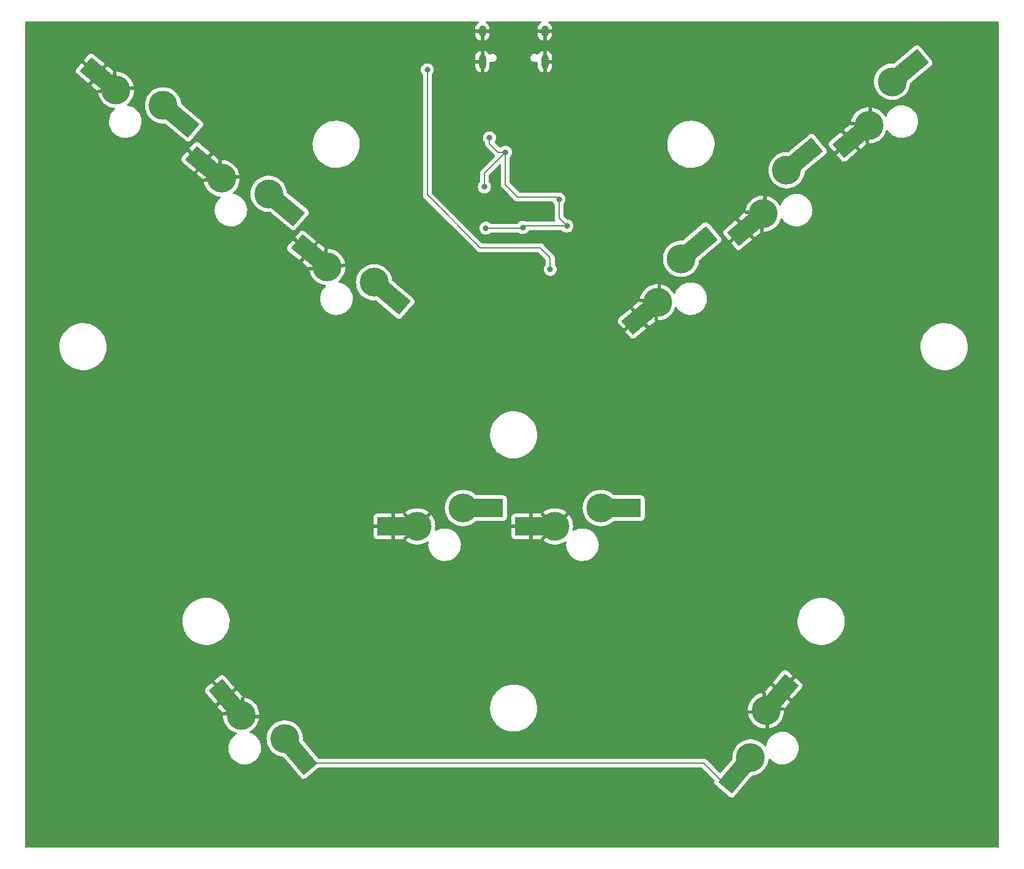
<source format=gbr>
%TF.GenerationSoftware,KiCad,Pcbnew,7.0.5*%
%TF.CreationDate,2023-07-04T17:15:59-06:00*%
%TF.ProjectId,keyboard,6b657962-6f61-4726-942e-6b696361645f,0.1*%
%TF.SameCoordinates,Original*%
%TF.FileFunction,Copper,L2,Bot*%
%TF.FilePolarity,Positive*%
%FSLAX46Y46*%
G04 Gerber Fmt 4.6, Leading zero omitted, Abs format (unit mm)*
G04 Created by KiCad (PCBNEW 7.0.5) date 2023-07-04 17:15:59*
%MOMM*%
%LPD*%
G01*
G04 APERTURE LIST*
G04 Aperture macros list*
%AMRotRect*
0 Rectangle, with rotation*
0 The origin of the aperture is its center*
0 $1 length*
0 $2 width*
0 $3 Rotation angle, in degrees counterclockwise*
0 Add horizontal line*
21,1,$1,$2,0,0,$3*%
G04 Aperture macros list end*
%TA.AperFunction,ComponentPad*%
%ADD10C,0.800000*%
%TD*%
%TA.AperFunction,SMDPad,CuDef*%
%ADD11R,4.500000X2.500000*%
%TD*%
%TA.AperFunction,ComponentPad*%
%ADD12C,4.000000*%
%TD*%
%TA.AperFunction,SMDPad,CuDef*%
%ADD13RotRect,4.500000X2.500000X40.000000*%
%TD*%
%TA.AperFunction,SMDPad,CuDef*%
%ADD14RotRect,4.500000X2.500000X50.000000*%
%TD*%
%TA.AperFunction,SMDPad,CuDef*%
%ADD15RotRect,4.500000X2.500000X320.000000*%
%TD*%
%TA.AperFunction,SMDPad,CuDef*%
%ADD16RotRect,4.500000X2.500000X310.000000*%
%TD*%
%TA.AperFunction,ComponentPad*%
%ADD17O,1.000000X2.100000*%
%TD*%
%TA.AperFunction,ComponentPad*%
%ADD18O,1.000000X1.600000*%
%TD*%
%TA.AperFunction,ViaPad*%
%ADD19C,0.800000*%
%TD*%
%TA.AperFunction,Conductor*%
%ADD20C,0.200000*%
%TD*%
G04 APERTURE END LIST*
D10*
%TO.P,SW6,1,1*%
%TO.N,GND*%
X74510000Y-94498000D03*
X74510000Y-96022000D03*
D11*
X76315000Y-95260000D03*
D12*
X79590000Y-95260000D03*
%TO.P,SW6,2,2*%
%TO.N,/K4*%
X85940000Y-92720000D03*
D11*
X89242000Y-92720000D03*
D10*
X91020000Y-91958000D03*
X91020000Y-93482000D03*
%TD*%
%TO.P,SW9,1,1*%
%TO.N,GND*%
X123067380Y-54694903D03*
X124046989Y-55862355D03*
D13*
X124939895Y-54118397D03*
D12*
X127448690Y-52013268D03*
%TO.P,SW9,2,2*%
%TO.N,/K7*%
X130680392Y-45985814D03*
D13*
X133209871Y-43863329D03*
D10*
X134082093Y-42136727D03*
X135061702Y-43304179D03*
%TD*%
%TO.P,SW8,1,1*%
%TO.N,GND*%
X108474235Y-66940007D03*
X109453844Y-68107459D03*
D13*
X110346750Y-66363501D03*
D12*
X112855545Y-64258372D03*
%TO.P,SW8,2,2*%
%TO.N,/K6*%
X116087247Y-58230918D03*
D13*
X118616726Y-56108433D03*
D10*
X119488948Y-54381831D03*
X120468557Y-55549283D03*
%TD*%
%TO.P,SW7,1,1*%
%TO.N,GND*%
X93560000Y-94498000D03*
X93560000Y-96022000D03*
D11*
X95365000Y-95260000D03*
D12*
X98640000Y-95260000D03*
%TO.P,SW7,2,2*%
%TO.N,/K5*%
X104990000Y-92720000D03*
D11*
X108292000Y-92720000D03*
D10*
X110070000Y-91958000D03*
X110070000Y-93482000D03*
%TD*%
%TO.P,SW11,1,1*%
%TO.N,/K3*%
X121836139Y-130627650D03*
X123003591Y-131607259D03*
D14*
X123580097Y-129734744D03*
D12*
X125685226Y-127225949D03*
%TO.P,SW11,2,2*%
%TO.N,GND*%
X127821175Y-120728886D03*
D14*
X129943659Y-118199407D03*
D10*
X130502810Y-116347576D03*
X131670262Y-117327184D03*
%TD*%
%TO.P,SW4,1,1*%
%TO.N,GND*%
X63755496Y-55511242D03*
X62775887Y-56678694D03*
D15*
X64648402Y-57255200D03*
D12*
X67157197Y-59360329D03*
%TO.P,SW4,2,2*%
%TO.N,/K2*%
X73654260Y-61496278D03*
D15*
X76183739Y-63618762D03*
D10*
X78035570Y-64177913D03*
X77055962Y-65345365D03*
%TD*%
%TO.P,SW5,1,1*%
%TO.N,GND*%
X52585097Y-117007380D03*
X51417645Y-117986989D03*
D16*
X53161603Y-118879895D03*
D12*
X55266732Y-121388690D03*
%TO.P,SW5,2,2*%
%TO.N,/K3*%
X61294186Y-124620392D03*
D16*
X63416671Y-127149871D03*
D10*
X65143273Y-128022093D03*
X63975821Y-129001702D03*
%TD*%
%TO.P,SW3,1,1*%
%TO.N,GND*%
X49162350Y-43266139D03*
X48182741Y-44433591D03*
D15*
X50055256Y-45010097D03*
D12*
X52564051Y-47115226D03*
%TO.P,SW3,2,2*%
%TO.N,/K1*%
X59061114Y-49251175D03*
D15*
X61590593Y-51373659D03*
D10*
X63442424Y-51932810D03*
X62462816Y-53100262D03*
%TD*%
%TO.P,SW2,1,1*%
%TO.N,GND*%
X34569203Y-31021032D03*
X33589594Y-32188484D03*
D15*
X35462109Y-32764990D03*
D12*
X37970904Y-34870119D03*
%TO.P,SW2,2,2*%
%TO.N,/K0*%
X44467967Y-37006068D03*
D15*
X46997446Y-39128552D03*
D10*
X48849277Y-39687703D03*
X47869669Y-40855155D03*
%TD*%
%TO.P,SW10,1,1*%
%TO.N,GND*%
X137660528Y-42449798D03*
X138640137Y-43617250D03*
D13*
X139533043Y-41873292D03*
D12*
X142041838Y-39768163D03*
%TO.P,SW10,2,2*%
%TO.N,/K8*%
X145273540Y-33740709D03*
D13*
X147803019Y-31618224D03*
D10*
X148675241Y-29891622D03*
X149654850Y-31059074D03*
%TD*%
D17*
%TO.P,J1,S1,SHIELD*%
%TO.N,GND*%
X88610000Y-30965000D03*
D18*
X88610000Y-26785000D03*
D17*
X97250000Y-30965000D03*
D18*
X97250000Y-26785000D03*
%TD*%
D19*
%TO.N,GND*%
X89600000Y-39100000D03*
%TO.N,/RUN*%
X81000000Y-32100000D03*
%TO.N,GND*%
X103700000Y-53400000D03*
X94800000Y-52500000D03*
X83500000Y-46000000D03*
X84900000Y-41700000D03*
X94000000Y-51700000D03*
X100800000Y-43900000D03*
X96400000Y-63700000D03*
X94800000Y-50900000D03*
X93200000Y-50900000D03*
X93200000Y-52500000D03*
X86100000Y-52800000D03*
%TO.N,+3.3V*%
X89100000Y-54000000D03*
X99200000Y-50000000D03*
X100300000Y-53700000D03*
X91800000Y-43500000D03*
X88900000Y-48300000D03*
X89600000Y-41500000D03*
X94200000Y-53900000D03*
%TO.N,/RUN*%
X98000000Y-59700000D03*
%TD*%
D20*
%TO.N,+3.3V*%
X91800000Y-48000000D02*
X91800000Y-43500000D01*
X93500000Y-49700000D02*
X91800000Y-48000000D01*
X98900000Y-49700000D02*
X93500000Y-49700000D01*
X99200000Y-50000000D02*
X98900000Y-49700000D01*
%TO.N,/RUN*%
X81000000Y-49400000D02*
X81000000Y-32100000D01*
X88300000Y-56700000D02*
X81000000Y-49400000D01*
X96600000Y-56700000D02*
X88300000Y-56700000D01*
X98000000Y-58100000D02*
X96600000Y-56700000D01*
X98000000Y-59700000D02*
X98000000Y-58100000D01*
%TO.N,+3.3V*%
X89600000Y-41500000D02*
X89600000Y-42300000D01*
X94200000Y-53900000D02*
X94100000Y-54000000D01*
X90800000Y-43500000D02*
X91800000Y-43500000D01*
X94400000Y-53700000D02*
X100300000Y-53700000D01*
X89600000Y-42300000D02*
X90800000Y-43500000D01*
X88900000Y-46400000D02*
X91800000Y-43500000D01*
X99200000Y-50000000D02*
X99200000Y-52600000D01*
X94100000Y-54000000D02*
X89100000Y-54000000D01*
X94200000Y-53900000D02*
X94400000Y-53700000D01*
X88900000Y-48300000D02*
X88900000Y-46400000D01*
X99200000Y-52600000D02*
X100300000Y-53700000D01*
%TO.N,/K3*%
X65143273Y-128022093D02*
X119230582Y-128022093D01*
X119230582Y-128022093D02*
X121836139Y-130627650D01*
%TD*%
%TA.AperFunction,Conductor*%
%TO.N,GND*%
G36*
X88093111Y-25420185D02*
G01*
X88138866Y-25472989D01*
X88148810Y-25542147D01*
X88119785Y-25605703D01*
X88091664Y-25629732D01*
X87994732Y-25690149D01*
X87847331Y-25830264D01*
X87847330Y-25830266D01*
X87731143Y-25997195D01*
X87650940Y-26184092D01*
X87610000Y-26383309D01*
X87610000Y-26535000D01*
X88310000Y-26535000D01*
X88310000Y-27035000D01*
X87610000Y-27035000D01*
X87610000Y-27135713D01*
X87625418Y-27287338D01*
X87686299Y-27481381D01*
X87686304Y-27481391D01*
X87785005Y-27659215D01*
X87785005Y-27659216D01*
X87917478Y-27813530D01*
X87917479Y-27813531D01*
X88078304Y-27938018D01*
X88260907Y-28027589D01*
X88360000Y-28053244D01*
X88360000Y-27251110D01*
X88384457Y-27290610D01*
X88473962Y-27358201D01*
X88581840Y-27388895D01*
X88693521Y-27378546D01*
X88793922Y-27328552D01*
X88860000Y-27256069D01*
X88860000Y-28058366D01*
X88861944Y-28058069D01*
X88861945Y-28058069D01*
X89052660Y-27987436D01*
X89052664Y-27987434D01*
X89225267Y-27879850D01*
X89372668Y-27739735D01*
X89372669Y-27739733D01*
X89488856Y-27572804D01*
X89569059Y-27385907D01*
X89610000Y-27186690D01*
X89610000Y-27035000D01*
X88910000Y-27035000D01*
X88910000Y-26535000D01*
X89610000Y-26535000D01*
X89610000Y-26434286D01*
X89594581Y-26282661D01*
X89533700Y-26088618D01*
X89533695Y-26088608D01*
X89434994Y-25910784D01*
X89434994Y-25910783D01*
X89302521Y-25756469D01*
X89302520Y-25756468D01*
X89141697Y-25631982D01*
X89138091Y-25629735D01*
X89091609Y-25577571D01*
X89080707Y-25508557D01*
X89108848Y-25444605D01*
X89167097Y-25406019D01*
X89203678Y-25400500D01*
X96666072Y-25400500D01*
X96733111Y-25420185D01*
X96778866Y-25472989D01*
X96788810Y-25542147D01*
X96759785Y-25605703D01*
X96731664Y-25629732D01*
X96634732Y-25690149D01*
X96487331Y-25830264D01*
X96487330Y-25830266D01*
X96371143Y-25997195D01*
X96290940Y-26184092D01*
X96250000Y-26383309D01*
X96250000Y-26535000D01*
X96950000Y-26535000D01*
X96950000Y-27035000D01*
X96250000Y-27035000D01*
X96250000Y-27135713D01*
X96265418Y-27287338D01*
X96326299Y-27481381D01*
X96326304Y-27481391D01*
X96425005Y-27659215D01*
X96425005Y-27659216D01*
X96557478Y-27813530D01*
X96557479Y-27813531D01*
X96718304Y-27938018D01*
X96900907Y-28027589D01*
X97000000Y-28053244D01*
X97000000Y-27251110D01*
X97024457Y-27290610D01*
X97113962Y-27358201D01*
X97221840Y-27388895D01*
X97333521Y-27378546D01*
X97433922Y-27328552D01*
X97500000Y-27256069D01*
X97500000Y-28058366D01*
X97501944Y-28058069D01*
X97501945Y-28058069D01*
X97692660Y-27987436D01*
X97692664Y-27987434D01*
X97865267Y-27879850D01*
X98012668Y-27739735D01*
X98012669Y-27739733D01*
X98128856Y-27572804D01*
X98209059Y-27385907D01*
X98250000Y-27186690D01*
X98250000Y-27035000D01*
X97550000Y-27035000D01*
X97550000Y-26535000D01*
X98250000Y-26535000D01*
X98250000Y-26434286D01*
X98234581Y-26282661D01*
X98173700Y-26088618D01*
X98173695Y-26088608D01*
X98074994Y-25910784D01*
X98074994Y-25910783D01*
X97942521Y-25756469D01*
X97942520Y-25756468D01*
X97781697Y-25631982D01*
X97778091Y-25629735D01*
X97731609Y-25577571D01*
X97720707Y-25508557D01*
X97748848Y-25444605D01*
X97807097Y-25406019D01*
X97843678Y-25400500D01*
X159896000Y-25400500D01*
X159963039Y-25420185D01*
X160008794Y-25472989D01*
X160020000Y-25524500D01*
X160020000Y-139576000D01*
X160000315Y-139643039D01*
X159947511Y-139688794D01*
X159896000Y-139700000D01*
X25524500Y-139700000D01*
X25457461Y-139680315D01*
X25411706Y-139627511D01*
X25400500Y-139576000D01*
X25400500Y-120196284D01*
X51981721Y-120196284D01*
X52742072Y-121102434D01*
X52742072Y-121102433D01*
X52747378Y-121041794D01*
X52772830Y-120976725D01*
X52829421Y-120935746D01*
X52881713Y-120929073D01*
X53810687Y-121010347D01*
X53807648Y-121019200D01*
X53766732Y-121264396D01*
X53766732Y-121508410D01*
X52763800Y-121420665D01*
X52763799Y-121420665D01*
X52781539Y-121702632D01*
X52781540Y-121702639D01*
X52840487Y-122011648D01*
X52937695Y-122310822D01*
X52937697Y-122310827D01*
X53071632Y-122595451D01*
X53071635Y-122595457D01*
X53240187Y-122861054D01*
X53440708Y-123103442D01*
X53670019Y-123318780D01*
X53670029Y-123318788D01*
X53924504Y-123503675D01*
X53924522Y-123503686D01*
X54200179Y-123655230D01*
X54200187Y-123655234D01*
X54492658Y-123771030D01*
X54571269Y-123791215D01*
X54631307Y-123826953D01*
X54662492Y-123889477D01*
X54654924Y-123958935D01*
X54611005Y-124013276D01*
X54610608Y-124013550D01*
X54375918Y-124174654D01*
X54153062Y-124376216D01*
X53959058Y-124605686D01*
X53959056Y-124605688D01*
X53797366Y-124858972D01*
X53680630Y-125110533D01*
X53670882Y-125131540D01*
X53637771Y-125238276D01*
X53581854Y-125418535D01*
X53531874Y-125714842D01*
X53521833Y-126015167D01*
X53551910Y-126314142D01*
X53551911Y-126314149D01*
X53621568Y-126606441D01*
X53621571Y-126606453D01*
X53729566Y-126886853D01*
X53729573Y-126886868D01*
X53873979Y-127150375D01*
X53873983Y-127150381D01*
X53965296Y-127274312D01*
X54052223Y-127392290D01*
X54195042Y-127539964D01*
X54261120Y-127608288D01*
X54261127Y-127608294D01*
X54286318Y-127628187D01*
X54496946Y-127794518D01*
X54755487Y-127947652D01*
X55032133Y-128064960D01*
X55032136Y-128064960D01*
X55032139Y-128064962D01*
X55177039Y-128104654D01*
X55321946Y-128144348D01*
X55619755Y-128184400D01*
X55619760Y-128184400D01*
X55845041Y-128184400D01*
X56008513Y-128173456D01*
X56069819Y-128169352D01*
X56364287Y-128109499D01*
X56648151Y-128010931D01*
X56916343Y-127875407D01*
X57164080Y-127705346D01*
X57386939Y-127503782D01*
X57580943Y-127274312D01*
X57742631Y-127021032D01*
X57869118Y-126748460D01*
X57958146Y-126461462D01*
X58008126Y-126165158D01*
X58018167Y-125864836D01*
X57988089Y-125565855D01*
X57918430Y-125273551D01*
X57810431Y-124993140D01*
X57666021Y-124729625D01*
X57585541Y-124620397D01*
X58788742Y-124620397D01*
X58808496Y-124934396D01*
X58808497Y-124934403D01*
X58867456Y-125243475D01*
X58964683Y-125542708D01*
X58964685Y-125542713D01*
X59098647Y-125827395D01*
X59098650Y-125827401D01*
X59267237Y-126093053D01*
X59267240Y-126093057D01*
X59467792Y-126335482D01*
X59467794Y-126335484D01*
X59467796Y-126335486D01*
X59601947Y-126461462D01*
X59697154Y-126550868D01*
X59697164Y-126550876D01*
X59951690Y-126735800D01*
X59951695Y-126735802D01*
X59951702Y-126735808D01*
X60227420Y-126887386D01*
X60227425Y-126887388D01*
X60227427Y-126887389D01*
X60227428Y-126887390D01*
X60519957Y-127003210D01*
X60519960Y-127003211D01*
X60824709Y-127081457D01*
X60824713Y-127081458D01*
X61055514Y-127110614D01*
X61119557Y-127138545D01*
X61134961Y-127153930D01*
X63552757Y-130035345D01*
X63552761Y-130035349D01*
X63595979Y-130076887D01*
X63621112Y-130091133D01*
X63721187Y-130147858D01*
X63861318Y-130180678D01*
X64005018Y-130172690D01*
X64140646Y-130124540D01*
X64190430Y-130091133D01*
X64256916Y-130035345D01*
X65849970Y-128698612D01*
X65905992Y-128651603D01*
X65970000Y-128623591D01*
X65985698Y-128622593D01*
X118930485Y-128622593D01*
X118997524Y-128642278D01*
X119018166Y-128658912D01*
X120686458Y-130327204D01*
X120719943Y-130388527D01*
X120715631Y-130456370D01*
X120680535Y-130555226D01*
X120680534Y-130555228D01*
X120672547Y-130698929D01*
X120705364Y-130839055D01*
X120705366Y-130839061D01*
X120776338Y-130964267D01*
X120817868Y-131007480D01*
X120817872Y-131007484D01*
X120817881Y-131007493D01*
X122806338Y-132676005D01*
X122856122Y-132709413D01*
X122856125Y-132709414D01*
X122991749Y-132757563D01*
X122999737Y-132758006D01*
X123135450Y-132765551D01*
X123275581Y-132732731D01*
X123400787Y-132661761D01*
X123444014Y-132620217D01*
X125844450Y-129759486D01*
X125902621Y-129720785D01*
X125923893Y-129716171D01*
X126154699Y-129687015D01*
X126459451Y-129608768D01*
X126459454Y-129608767D01*
X126751983Y-129492947D01*
X126751984Y-129492946D01*
X126751982Y-129492946D01*
X126751992Y-129492943D01*
X127027710Y-129341365D01*
X127282256Y-129156427D01*
X127511616Y-128941043D01*
X127712173Y-128698612D01*
X127880763Y-128432956D01*
X128014729Y-128148264D01*
X128111957Y-127849028D01*
X128170914Y-127539964D01*
X128173191Y-127503782D01*
X128173687Y-127495891D01*
X128197541Y-127430219D01*
X128253113Y-127387869D01*
X128322759Y-127382287D01*
X128384368Y-127415245D01*
X128386576Y-127417471D01*
X128571120Y-127608288D01*
X128571127Y-127608294D01*
X128596318Y-127628187D01*
X128806946Y-127794518D01*
X129065487Y-127947652D01*
X129342133Y-128064960D01*
X129342136Y-128064960D01*
X129342139Y-128064962D01*
X129487039Y-128104653D01*
X129631946Y-128144348D01*
X129929755Y-128184400D01*
X129929760Y-128184400D01*
X130155041Y-128184400D01*
X130318513Y-128173456D01*
X130379819Y-128169352D01*
X130674287Y-128109499D01*
X130958151Y-128010931D01*
X131226343Y-127875407D01*
X131474080Y-127705346D01*
X131696939Y-127503782D01*
X131890943Y-127274312D01*
X132052631Y-127021032D01*
X132179118Y-126748460D01*
X132268146Y-126461462D01*
X132318126Y-126165158D01*
X132328167Y-125864836D01*
X132298089Y-125565855D01*
X132228430Y-125273551D01*
X132120431Y-124993140D01*
X131976021Y-124729625D01*
X131797777Y-124487710D01*
X131588879Y-124271711D01*
X131588872Y-124271705D01*
X131353055Y-124085483D01*
X131353056Y-124085483D01*
X131353054Y-124085482D01*
X131094513Y-123932348D01*
X130817867Y-123815040D01*
X130817860Y-123815037D01*
X130528059Y-123735653D01*
X130528056Y-123735652D01*
X130528054Y-123735652D01*
X130230245Y-123695600D01*
X130004967Y-123695600D01*
X130004959Y-123695600D01*
X129780183Y-123710647D01*
X129780174Y-123710649D01*
X129485710Y-123770501D01*
X129201847Y-123869069D01*
X129201844Y-123869071D01*
X128933662Y-124004589D01*
X128685918Y-124174655D01*
X128463062Y-124376216D01*
X128269058Y-124605686D01*
X128269056Y-124605688D01*
X128107366Y-124858972D01*
X127990630Y-125110533D01*
X127980882Y-125131540D01*
X127947771Y-125238276D01*
X127891854Y-125418535D01*
X127859596Y-125609779D01*
X127829035Y-125672610D01*
X127769356Y-125708945D01*
X127699507Y-125707247D01*
X127641780Y-125668195D01*
X127511619Y-125510858D01*
X127511617Y-125510856D01*
X127282257Y-125295472D01*
X127282247Y-125295464D01*
X127027721Y-125110540D01*
X127027714Y-125110535D01*
X127027710Y-125110533D01*
X126751992Y-124958955D01*
X126751989Y-124958953D01*
X126751984Y-124958951D01*
X126751983Y-124958950D01*
X126459454Y-124843130D01*
X126459451Y-124843129D01*
X126154702Y-124764883D01*
X126154689Y-124764881D01*
X125842555Y-124725449D01*
X125842544Y-124725449D01*
X125527908Y-124725449D01*
X125527896Y-124725449D01*
X125215762Y-124764881D01*
X125215749Y-124764883D01*
X124911000Y-124843129D01*
X124910997Y-124843130D01*
X124618468Y-124958950D01*
X124618467Y-124958951D01*
X124342742Y-125110533D01*
X124342730Y-125110540D01*
X124088204Y-125295464D01*
X124088194Y-125295472D01*
X123858834Y-125510856D01*
X123858832Y-125510858D01*
X123658280Y-125753283D01*
X123658277Y-125753287D01*
X123489690Y-126018939D01*
X123489687Y-126018945D01*
X123355725Y-126303627D01*
X123355723Y-126303632D01*
X123258496Y-126602865D01*
X123199537Y-126911937D01*
X123199536Y-126911944D01*
X123179782Y-127225943D01*
X123179782Y-127225955D01*
X123192034Y-127420712D01*
X123176598Y-127488855D01*
X123163269Y-127508203D01*
X121608945Y-129360575D01*
X121550773Y-129399277D01*
X121480912Y-129400385D01*
X121426274Y-129368550D01*
X120680317Y-128622593D01*
X119685902Y-127628178D01*
X119680562Y-127622088D01*
X119658864Y-127593811D01*
X119533423Y-127497557D01*
X119387344Y-127437049D01*
X119387342Y-127437048D01*
X119269943Y-127421593D01*
X119230582Y-127416411D01*
X119195252Y-127421062D01*
X119187154Y-127421593D01*
X65987610Y-127421593D01*
X65920571Y-127401908D01*
X65892621Y-127377299D01*
X63816142Y-124902649D01*
X63788129Y-124838640D01*
X63787376Y-124815157D01*
X63799630Y-124620396D01*
X63799630Y-124620386D01*
X63779875Y-124306387D01*
X63779874Y-124306380D01*
X63779874Y-124306377D01*
X63720917Y-123997313D01*
X63623689Y-123698077D01*
X63622523Y-123695600D01*
X63566549Y-123576648D01*
X63489723Y-123413385D01*
X63347617Y-123189461D01*
X63321134Y-123147730D01*
X63321131Y-123147726D01*
X63120579Y-122905301D01*
X63120577Y-122905299D01*
X63066971Y-122854959D01*
X62891216Y-122689914D01*
X62891213Y-122689912D01*
X62891207Y-122689907D01*
X62636681Y-122504983D01*
X62636674Y-122504978D01*
X62636670Y-122504976D01*
X62360952Y-122353398D01*
X62360949Y-122353396D01*
X62360944Y-122353394D01*
X62360943Y-122353393D01*
X62068414Y-122237573D01*
X62068411Y-122237572D01*
X61763662Y-122159326D01*
X61763649Y-122159324D01*
X61451515Y-122119892D01*
X61451504Y-122119892D01*
X61136868Y-122119892D01*
X61136856Y-122119892D01*
X60824722Y-122159324D01*
X60824709Y-122159326D01*
X60519960Y-122237572D01*
X60519957Y-122237573D01*
X60227428Y-122353393D01*
X60227427Y-122353394D01*
X59951702Y-122504976D01*
X59951690Y-122504983D01*
X59697164Y-122689907D01*
X59697154Y-122689915D01*
X59467794Y-122905299D01*
X59467792Y-122905301D01*
X59267240Y-123147726D01*
X59267237Y-123147730D01*
X59098650Y-123413382D01*
X59098647Y-123413388D01*
X58964685Y-123698070D01*
X58964683Y-123698075D01*
X58867456Y-123997308D01*
X58808497Y-124306380D01*
X58808496Y-124306387D01*
X58788742Y-124620386D01*
X58788742Y-124620397D01*
X57585541Y-124620397D01*
X57487777Y-124487710D01*
X57278879Y-124271711D01*
X57278872Y-124271705D01*
X57043055Y-124085483D01*
X57043056Y-124085483D01*
X57043054Y-124085482D01*
X56784513Y-123932348D01*
X56507867Y-123815040D01*
X56507860Y-123815037D01*
X56507856Y-123815036D01*
X56492449Y-123810816D01*
X56432991Y-123774120D01*
X56402812Y-123711104D01*
X56411493Y-123641776D01*
X56456277Y-123588146D01*
X56465471Y-123582560D01*
X56608941Y-123503686D01*
X56608959Y-123503675D01*
X56863434Y-123318788D01*
X56863444Y-123318780D01*
X57092755Y-123103442D01*
X57293276Y-122861054D01*
X57461828Y-122595457D01*
X57461831Y-122595451D01*
X57595766Y-122310827D01*
X57595768Y-122310822D01*
X57692979Y-122011640D01*
X57722946Y-121854534D01*
X57722947Y-121854534D01*
X56722777Y-121767031D01*
X56725816Y-121758180D01*
X56766732Y-121512984D01*
X56766732Y-121268967D01*
X57769662Y-121356713D01*
X57769663Y-121356713D01*
X57751924Y-121074747D01*
X57751923Y-121074740D01*
X57692976Y-120765731D01*
X57595768Y-120466557D01*
X57595766Y-120466552D01*
X57522235Y-120310291D01*
X89675792Y-120310291D01*
X89685675Y-120668822D01*
X89685675Y-120668827D01*
X89685676Y-120668832D01*
X89734941Y-121024103D01*
X89734942Y-121024107D01*
X89822989Y-121371799D01*
X89822989Y-121371801D01*
X89948751Y-121707695D01*
X89948752Y-121707698D01*
X90054497Y-121916654D01*
X90110704Y-122027721D01*
X90306878Y-122327988D01*
X90402123Y-122443638D01*
X90534894Y-122604853D01*
X90534899Y-122604858D01*
X90791985Y-122854955D01*
X90791990Y-122854959D01*
X91075011Y-123075243D01*
X91075014Y-123075245D01*
X91075022Y-123075251D01*
X91380580Y-123263077D01*
X91704946Y-123416149D01*
X91704948Y-123416149D01*
X91704953Y-123416152D01*
X91704952Y-123416152D01*
X92044168Y-123532604D01*
X92044183Y-123532609D01*
X92394172Y-123611043D01*
X92750665Y-123650500D01*
X93019593Y-123650500D01*
X93019595Y-123650500D01*
X93288125Y-123635685D01*
X93641904Y-123576650D01*
X93987041Y-123479054D01*
X94319346Y-123344083D01*
X94634787Y-123173375D01*
X94929534Y-122969002D01*
X95200010Y-122733445D01*
X95442931Y-122469562D01*
X95655348Y-122180559D01*
X95834683Y-121869941D01*
X95978759Y-121541481D01*
X96085827Y-121199164D01*
X96154588Y-120847147D01*
X96167037Y-120696909D01*
X125318242Y-120696909D01*
X125318243Y-120696909D01*
X126321175Y-120609163D01*
X126321175Y-120853180D01*
X126362091Y-121098376D01*
X126365129Y-121107226D01*
X125364959Y-121194730D01*
X125394930Y-121351844D01*
X125492138Y-121651018D01*
X125492140Y-121651023D01*
X125626075Y-121935647D01*
X125626078Y-121935653D01*
X125794630Y-122201250D01*
X125995151Y-122443638D01*
X126224462Y-122658976D01*
X126224472Y-122658984D01*
X126478947Y-122843871D01*
X126478965Y-122843882D01*
X126754622Y-122995426D01*
X126754630Y-122995430D01*
X127047101Y-123111226D01*
X127351795Y-123189459D01*
X127351804Y-123189461D01*
X127663876Y-123228885D01*
X127663890Y-123228886D01*
X127788941Y-123228886D01*
X127788941Y-123228885D01*
X127701031Y-122224071D01*
X127759132Y-122228886D01*
X127883218Y-122228886D01*
X128068913Y-122213499D01*
X128199130Y-122180523D01*
X128287435Y-123189852D01*
X128287436Y-123189853D01*
X128290555Y-123189460D01*
X128595248Y-123111227D01*
X128887719Y-122995430D01*
X128887727Y-122995426D01*
X129163384Y-122843882D01*
X129163402Y-122843871D01*
X129417877Y-122658984D01*
X129417887Y-122658976D01*
X129647198Y-122443638D01*
X129847719Y-122201250D01*
X130016271Y-121935653D01*
X130016274Y-121935647D01*
X130150209Y-121651023D01*
X130150211Y-121651018D01*
X130247419Y-121351844D01*
X130306366Y-121042835D01*
X130306367Y-121042828D01*
X130324106Y-120760861D01*
X130324105Y-120760861D01*
X129321175Y-120848606D01*
X129321175Y-120604592D01*
X129280259Y-120359396D01*
X129277219Y-120350543D01*
X130206193Y-120269269D01*
X130274693Y-120283036D01*
X130324876Y-120331651D01*
X130340528Y-120381990D01*
X130345832Y-120442627D01*
X130345833Y-120442628D01*
X131123539Y-119515795D01*
X129974473Y-118551615D01*
X129518002Y-118168591D01*
X130295865Y-118168591D01*
X131444933Y-119132773D01*
X132761254Y-117564044D01*
X132794621Y-117514320D01*
X132794624Y-117514314D01*
X132842727Y-117378822D01*
X132850705Y-117235267D01*
X132817917Y-117095271D01*
X132817916Y-117095268D01*
X132747021Y-116970194D01*
X132747019Y-116970192D01*
X132705524Y-116927019D01*
X132705513Y-116927008D01*
X131902835Y-116253480D01*
X130295865Y-118168591D01*
X129518002Y-118168591D01*
X128442383Y-117266040D01*
X127664676Y-118192874D01*
X127725320Y-118187569D01*
X127793820Y-118201336D01*
X127844003Y-118249951D01*
X127859655Y-118300290D01*
X127941317Y-119233700D01*
X127883218Y-119228886D01*
X127759132Y-119228886D01*
X127573437Y-119244273D01*
X127443217Y-119277249D01*
X127354912Y-118267918D01*
X127351789Y-118268313D01*
X127047101Y-118346545D01*
X126754630Y-118462341D01*
X126754622Y-118462345D01*
X126478965Y-118613889D01*
X126478947Y-118613900D01*
X126224472Y-118798787D01*
X126224462Y-118798795D01*
X125995151Y-119014133D01*
X125794630Y-119256521D01*
X125626078Y-119522118D01*
X125626075Y-119522124D01*
X125492140Y-119806748D01*
X125492138Y-119806753D01*
X125394930Y-120105927D01*
X125335983Y-120414936D01*
X125335982Y-120414943D01*
X125318242Y-120696909D01*
X96167037Y-120696909D01*
X96184207Y-120489702D01*
X96174324Y-120131168D01*
X96125059Y-119775897D01*
X96037011Y-119428202D01*
X95973480Y-119258519D01*
X95926400Y-119132773D01*
X95911248Y-119092303D01*
X95749296Y-118772279D01*
X95553122Y-118472012D01*
X95325107Y-118195148D01*
X95324757Y-118194808D01*
X95068014Y-117945044D01*
X95068009Y-117945040D01*
X94784988Y-117724756D01*
X94784985Y-117724754D01*
X94784982Y-117724752D01*
X94784978Y-117724749D01*
X94479420Y-117536923D01*
X94479419Y-117536922D01*
X94479415Y-117536920D01*
X94155046Y-117383847D01*
X94155047Y-117383847D01*
X93815831Y-117267395D01*
X93815820Y-117267392D01*
X93815817Y-117267391D01*
X93511887Y-117199279D01*
X93465824Y-117188956D01*
X93109335Y-117149500D01*
X92840405Y-117149500D01*
X92661385Y-117159376D01*
X92571874Y-117164315D01*
X92218094Y-117223350D01*
X92218090Y-117223351D01*
X91872960Y-117320945D01*
X91872957Y-117320946D01*
X91540661Y-117455913D01*
X91540648Y-117455919D01*
X91225220Y-117626620D01*
X91225219Y-117626621D01*
X90930460Y-117831002D01*
X90659996Y-118066548D01*
X90659992Y-118066551D01*
X90417067Y-118330440D01*
X90204652Y-118619441D01*
X90204651Y-118619442D01*
X90025317Y-118930058D01*
X89881240Y-119258520D01*
X89881239Y-119258521D01*
X89774173Y-119600832D01*
X89705412Y-119952849D01*
X89705410Y-119952863D01*
X89675793Y-120310287D01*
X89675792Y-120310291D01*
X57522235Y-120310291D01*
X57461831Y-120181928D01*
X57461828Y-120181922D01*
X57293276Y-119916325D01*
X57092755Y-119673937D01*
X56863444Y-119458599D01*
X56863434Y-119458591D01*
X56608959Y-119273704D01*
X56608941Y-119273693D01*
X56333284Y-119122149D01*
X56333276Y-119122145D01*
X56040805Y-119006349D01*
X55736111Y-118928116D01*
X55736102Y-118928114D01*
X55732993Y-118927721D01*
X55732992Y-118927722D01*
X55644687Y-119937052D01*
X55514470Y-119904077D01*
X55328775Y-119888690D01*
X55204689Y-119888690D01*
X55146588Y-119893504D01*
X55228251Y-118960094D01*
X55253703Y-118895025D01*
X55310294Y-118854046D01*
X55362587Y-118847373D01*
X55423227Y-118852678D01*
X54662876Y-117946528D01*
X53130789Y-119232103D01*
X51981721Y-120196284D01*
X25400500Y-120196284D01*
X25400500Y-117915755D01*
X50254556Y-117915755D01*
X50262534Y-118059310D01*
X50310637Y-118194802D01*
X50310640Y-118194808D01*
X50344007Y-118244532D01*
X51660327Y-119813260D01*
X52809395Y-118849079D01*
X51202425Y-116933968D01*
X50399748Y-117607496D01*
X50399737Y-117607507D01*
X50358242Y-117650680D01*
X50358240Y-117650682D01*
X50287345Y-117775756D01*
X50287344Y-117775759D01*
X50254556Y-117915755D01*
X25400500Y-117915755D01*
X25400500Y-116612575D01*
X51585448Y-116612575D01*
X53192417Y-118527686D01*
X54341483Y-117563505D01*
X53770485Y-116883016D01*
X128763777Y-116883016D01*
X129912843Y-117847199D01*
X131519812Y-115932087D01*
X130717123Y-115258552D01*
X130667398Y-115225184D01*
X130531902Y-115177082D01*
X130531906Y-115177082D01*
X130388350Y-115169103D01*
X130248356Y-115201891D01*
X130123278Y-115272788D01*
X130080092Y-115314294D01*
X128763777Y-116883016D01*
X53770485Y-116883016D01*
X53025163Y-115994777D01*
X52981983Y-115953276D01*
X52856905Y-115882379D01*
X52856906Y-115882379D01*
X52716911Y-115849591D01*
X52573357Y-115857570D01*
X52437863Y-115905672D01*
X52388138Y-115939040D01*
X51585448Y-116612575D01*
X25400500Y-116612575D01*
X25400500Y-108310291D01*
X47145792Y-108310291D01*
X47155675Y-108668822D01*
X47155675Y-108668827D01*
X47155676Y-108668832D01*
X47204941Y-109024103D01*
X47204942Y-109024107D01*
X47292989Y-109371799D01*
X47292989Y-109371801D01*
X47418751Y-109707695D01*
X47418752Y-109707698D01*
X47569841Y-110006256D01*
X47580704Y-110027721D01*
X47776878Y-110327988D01*
X47776880Y-110327990D01*
X48004894Y-110604853D01*
X48004899Y-110604858D01*
X48261985Y-110854955D01*
X48261990Y-110854959D01*
X48545011Y-111075243D01*
X48545014Y-111075245D01*
X48545022Y-111075251D01*
X48850580Y-111263077D01*
X49174946Y-111416149D01*
X49174948Y-111416149D01*
X49174953Y-111416152D01*
X49174952Y-111416152D01*
X49514168Y-111532604D01*
X49514183Y-111532609D01*
X49864172Y-111611043D01*
X50220665Y-111650500D01*
X50489593Y-111650500D01*
X50489595Y-111650500D01*
X50758125Y-111635685D01*
X51111904Y-111576650D01*
X51457041Y-111479054D01*
X51789346Y-111344083D01*
X52104787Y-111173375D01*
X52399534Y-110969002D01*
X52670010Y-110733445D01*
X52912931Y-110469562D01*
X53125348Y-110180559D01*
X53304683Y-109869941D01*
X53448759Y-109541481D01*
X53555827Y-109199164D01*
X53624588Y-108847147D01*
X53654207Y-108489702D01*
X53649262Y-108310291D01*
X132195792Y-108310291D01*
X132205675Y-108668822D01*
X132205675Y-108668827D01*
X132205676Y-108668832D01*
X132254941Y-109024103D01*
X132254942Y-109024107D01*
X132342989Y-109371799D01*
X132342989Y-109371801D01*
X132468751Y-109707695D01*
X132468752Y-109707698D01*
X132619841Y-110006256D01*
X132630704Y-110027721D01*
X132826878Y-110327988D01*
X132826880Y-110327990D01*
X133054894Y-110604853D01*
X133054899Y-110604858D01*
X133311985Y-110854955D01*
X133311990Y-110854959D01*
X133595011Y-111075243D01*
X133595014Y-111075245D01*
X133595022Y-111075251D01*
X133900580Y-111263077D01*
X134224946Y-111416149D01*
X134224948Y-111416149D01*
X134224953Y-111416152D01*
X134224952Y-111416152D01*
X134564168Y-111532604D01*
X134564183Y-111532609D01*
X134914172Y-111611043D01*
X135270665Y-111650500D01*
X135539593Y-111650500D01*
X135539595Y-111650500D01*
X135808125Y-111635685D01*
X136161904Y-111576650D01*
X136507041Y-111479054D01*
X136839346Y-111344083D01*
X137154787Y-111173375D01*
X137449534Y-110969002D01*
X137720010Y-110733445D01*
X137962931Y-110469562D01*
X138175348Y-110180559D01*
X138354683Y-109869941D01*
X138498759Y-109541481D01*
X138605827Y-109199164D01*
X138674588Y-108847147D01*
X138704207Y-108489702D01*
X138694324Y-108131168D01*
X138645059Y-107775897D01*
X138557011Y-107428202D01*
X138493480Y-107258519D01*
X138431248Y-107092304D01*
X138431247Y-107092301D01*
X138349142Y-106930058D01*
X138269296Y-106772279D01*
X138073122Y-106472012D01*
X137845107Y-106195148D01*
X137712920Y-106066555D01*
X137588014Y-105945044D01*
X137588009Y-105945040D01*
X137304988Y-105724756D01*
X137304985Y-105724754D01*
X137304982Y-105724752D01*
X137304978Y-105724749D01*
X136999420Y-105536923D01*
X136999419Y-105536922D01*
X136999415Y-105536920D01*
X136675046Y-105383847D01*
X136675047Y-105383847D01*
X136335831Y-105267395D01*
X136335820Y-105267392D01*
X136335817Y-105267391D01*
X135985828Y-105188957D01*
X135985824Y-105188956D01*
X135629335Y-105149500D01*
X135360405Y-105149500D01*
X135181384Y-105159376D01*
X135091874Y-105164315D01*
X134738094Y-105223350D01*
X134738090Y-105223351D01*
X134392960Y-105320945D01*
X134392957Y-105320946D01*
X134060661Y-105455913D01*
X134060648Y-105455919D01*
X133745220Y-105626620D01*
X133745219Y-105626621D01*
X133450460Y-105831002D01*
X133179996Y-106066548D01*
X133179992Y-106066551D01*
X132937067Y-106330440D01*
X132724652Y-106619441D01*
X132724651Y-106619442D01*
X132545317Y-106930058D01*
X132401240Y-107258520D01*
X132401239Y-107258521D01*
X132294173Y-107600832D01*
X132225412Y-107952849D01*
X132225410Y-107952863D01*
X132195793Y-108310287D01*
X132195792Y-108310291D01*
X53649262Y-108310291D01*
X53644324Y-108131168D01*
X53595059Y-107775897D01*
X53507011Y-107428202D01*
X53443480Y-107258519D01*
X53381248Y-107092304D01*
X53381247Y-107092301D01*
X53299142Y-106930058D01*
X53219296Y-106772279D01*
X53023122Y-106472012D01*
X52795107Y-106195148D01*
X52662920Y-106066555D01*
X52538014Y-105945044D01*
X52538009Y-105945040D01*
X52254988Y-105724756D01*
X52254985Y-105724754D01*
X52254982Y-105724752D01*
X52254978Y-105724749D01*
X51949420Y-105536923D01*
X51949419Y-105536922D01*
X51949415Y-105536920D01*
X51625046Y-105383847D01*
X51625047Y-105383847D01*
X51285831Y-105267395D01*
X51285820Y-105267392D01*
X51285817Y-105267391D01*
X50935828Y-105188957D01*
X50935824Y-105188956D01*
X50579335Y-105149500D01*
X50310405Y-105149500D01*
X50131385Y-105159376D01*
X50041874Y-105164315D01*
X49688094Y-105223350D01*
X49688090Y-105223351D01*
X49342960Y-105320945D01*
X49342957Y-105320946D01*
X49010661Y-105455913D01*
X49010648Y-105455919D01*
X48695220Y-105626620D01*
X48695219Y-105626621D01*
X48400460Y-105831002D01*
X48129996Y-106066548D01*
X48129992Y-106066551D01*
X47887067Y-106330440D01*
X47674652Y-106619441D01*
X47674651Y-106619442D01*
X47495317Y-106930058D01*
X47351240Y-107258520D01*
X47351239Y-107258521D01*
X47244173Y-107600832D01*
X47175412Y-107952849D01*
X47175410Y-107952863D01*
X47145793Y-108310287D01*
X47145792Y-108310291D01*
X25400500Y-108310291D01*
X25400500Y-95510000D01*
X73565000Y-95510000D01*
X73565000Y-96557844D01*
X73571401Y-96617372D01*
X73571403Y-96617379D01*
X73621645Y-96752086D01*
X73621649Y-96752093D01*
X73707809Y-96867187D01*
X73707812Y-96867190D01*
X73822906Y-96953350D01*
X73822913Y-96953354D01*
X73957620Y-97003596D01*
X73957627Y-97003598D01*
X74017155Y-97009999D01*
X74017172Y-97010000D01*
X76065000Y-97010000D01*
X76565000Y-97010000D01*
X77747897Y-97010000D01*
X77704853Y-96966956D01*
X77671368Y-96905633D01*
X77676352Y-96835941D01*
X77704853Y-96791593D01*
X78366389Y-96130056D01*
X78482632Y-96279404D01*
X78665523Y-96447768D01*
X78720116Y-96483435D01*
X78004971Y-97198579D01*
X78004972Y-97198581D01*
X78247772Y-97374985D01*
X78247790Y-97374996D01*
X78523447Y-97526540D01*
X78523455Y-97526544D01*
X78815926Y-97642340D01*
X79120620Y-97720573D01*
X79120629Y-97720575D01*
X79432701Y-97759999D01*
X79432715Y-97760000D01*
X79747285Y-97760000D01*
X79747298Y-97759999D01*
X80059370Y-97720575D01*
X80059379Y-97720573D01*
X80364073Y-97642340D01*
X80656544Y-97526544D01*
X80656552Y-97526540D01*
X80932209Y-97374996D01*
X80932230Y-97374983D01*
X80986702Y-97335407D01*
X81052508Y-97311926D01*
X81120562Y-97327751D01*
X81169257Y-97377856D01*
X81183133Y-97446334D01*
X81181861Y-97456348D01*
X81161874Y-97574841D01*
X81151833Y-97875167D01*
X81181910Y-98174142D01*
X81181911Y-98174149D01*
X81251568Y-98466441D01*
X81251571Y-98466453D01*
X81359566Y-98746853D01*
X81359573Y-98746868D01*
X81503979Y-99010375D01*
X81503983Y-99010381D01*
X81595296Y-99134312D01*
X81682223Y-99252290D01*
X81891121Y-99468289D01*
X82126946Y-99654518D01*
X82385487Y-99807652D01*
X82662133Y-99924960D01*
X82662136Y-99924960D01*
X82662139Y-99924962D01*
X82807039Y-99964654D01*
X82951946Y-100004348D01*
X83249755Y-100044400D01*
X83249760Y-100044400D01*
X83475041Y-100044400D01*
X83638513Y-100033456D01*
X83699819Y-100029352D01*
X83994287Y-99969499D01*
X84278151Y-99870931D01*
X84546343Y-99735407D01*
X84794080Y-99565346D01*
X85016939Y-99363782D01*
X85210943Y-99134312D01*
X85372631Y-98881032D01*
X85499118Y-98608460D01*
X85588146Y-98321462D01*
X85638126Y-98025158D01*
X85648167Y-97724836D01*
X85618089Y-97425855D01*
X85548430Y-97133551D01*
X85440431Y-96853140D01*
X85296021Y-96589625D01*
X85117777Y-96347710D01*
X84908879Y-96131711D01*
X84908872Y-96131705D01*
X84673055Y-95945483D01*
X84673056Y-95945483D01*
X84673054Y-95945482D01*
X84414513Y-95792348D01*
X84137867Y-95675040D01*
X84137860Y-95675037D01*
X83848059Y-95595653D01*
X83848056Y-95595652D01*
X83848054Y-95595652D01*
X83550245Y-95555600D01*
X83324967Y-95555600D01*
X83324959Y-95555600D01*
X83100183Y-95570647D01*
X83100174Y-95570649D01*
X82805710Y-95630501D01*
X82521847Y-95729069D01*
X82521844Y-95729071D01*
X82253661Y-95864590D01*
X82232948Y-95878808D01*
X82166537Y-95900518D01*
X82098931Y-95882877D01*
X82051595Y-95831485D01*
X82039557Y-95762661D01*
X82040970Y-95753339D01*
X82075191Y-95573946D01*
X82075192Y-95573942D01*
X82079215Y-95510000D01*
X92615000Y-95510000D01*
X92615000Y-96557844D01*
X92621401Y-96617372D01*
X92621403Y-96617379D01*
X92671645Y-96752086D01*
X92671649Y-96752093D01*
X92757809Y-96867187D01*
X92757812Y-96867190D01*
X92872906Y-96953350D01*
X92872913Y-96953354D01*
X93007620Y-97003596D01*
X93007627Y-97003598D01*
X93067155Y-97009999D01*
X93067172Y-97010000D01*
X95115000Y-97010000D01*
X95615000Y-97010000D01*
X96797897Y-97010000D01*
X96754853Y-96966956D01*
X96721368Y-96905633D01*
X96726352Y-96835941D01*
X96754853Y-96791593D01*
X97416389Y-96130056D01*
X97532632Y-96279404D01*
X97715523Y-96447768D01*
X97770116Y-96483435D01*
X97054971Y-97198579D01*
X97054972Y-97198581D01*
X97297772Y-97374985D01*
X97297790Y-97374996D01*
X97573447Y-97526540D01*
X97573455Y-97526544D01*
X97865926Y-97642340D01*
X98170620Y-97720573D01*
X98170629Y-97720575D01*
X98482701Y-97759999D01*
X98482715Y-97760000D01*
X98797285Y-97760000D01*
X98797298Y-97759999D01*
X99109370Y-97720575D01*
X99109379Y-97720573D01*
X99414073Y-97642340D01*
X99706544Y-97526544D01*
X99706552Y-97526540D01*
X99982209Y-97374996D01*
X99982230Y-97374983D01*
X100036702Y-97335407D01*
X100102508Y-97311926D01*
X100170562Y-97327751D01*
X100219257Y-97377856D01*
X100233133Y-97446334D01*
X100231861Y-97456348D01*
X100211874Y-97574841D01*
X100201833Y-97875167D01*
X100231910Y-98174142D01*
X100231911Y-98174149D01*
X100301568Y-98466441D01*
X100301571Y-98466453D01*
X100409566Y-98746853D01*
X100409573Y-98746868D01*
X100553979Y-99010375D01*
X100553983Y-99010381D01*
X100645296Y-99134312D01*
X100732223Y-99252290D01*
X100941121Y-99468289D01*
X101176946Y-99654518D01*
X101435487Y-99807652D01*
X101712133Y-99924960D01*
X101712136Y-99924960D01*
X101712139Y-99924962D01*
X101857039Y-99964654D01*
X102001946Y-100004348D01*
X102299755Y-100044400D01*
X102299760Y-100044400D01*
X102525041Y-100044400D01*
X102688513Y-100033456D01*
X102749819Y-100029352D01*
X103044287Y-99969499D01*
X103328151Y-99870931D01*
X103596343Y-99735407D01*
X103844080Y-99565346D01*
X104066939Y-99363782D01*
X104260943Y-99134312D01*
X104422631Y-98881032D01*
X104549118Y-98608460D01*
X104638146Y-98321462D01*
X104688126Y-98025158D01*
X104698167Y-97724836D01*
X104668089Y-97425855D01*
X104598430Y-97133551D01*
X104490431Y-96853140D01*
X104346021Y-96589625D01*
X104167777Y-96347710D01*
X103958879Y-96131711D01*
X103958872Y-96131705D01*
X103723055Y-95945483D01*
X103723056Y-95945483D01*
X103723054Y-95945482D01*
X103464513Y-95792348D01*
X103187867Y-95675040D01*
X103187860Y-95675037D01*
X102898059Y-95595653D01*
X102898056Y-95595652D01*
X102898054Y-95595652D01*
X102600245Y-95555600D01*
X102374967Y-95555600D01*
X102374959Y-95555600D01*
X102150183Y-95570647D01*
X102150174Y-95570649D01*
X101855710Y-95630501D01*
X101571847Y-95729069D01*
X101571844Y-95729071D01*
X101303661Y-95864590D01*
X101282948Y-95878808D01*
X101216537Y-95900518D01*
X101148931Y-95882877D01*
X101101595Y-95831485D01*
X101089557Y-95762661D01*
X101090970Y-95753339D01*
X101125191Y-95573946D01*
X101125192Y-95573942D01*
X101144943Y-95260005D01*
X101144943Y-95259994D01*
X101125192Y-94946057D01*
X101125191Y-94946050D01*
X101066244Y-94637041D01*
X100969036Y-94337867D01*
X100969034Y-94337862D01*
X100835099Y-94053238D01*
X100835096Y-94053232D01*
X100666542Y-93787632D01*
X100666539Y-93787628D01*
X100575712Y-93677838D01*
X99863609Y-94389941D01*
X99747368Y-94240596D01*
X99564477Y-94072232D01*
X99509882Y-94036563D01*
X100225027Y-93321419D01*
X100225026Y-93321417D01*
X99982227Y-93145014D01*
X99982209Y-93145003D01*
X99706552Y-92993459D01*
X99706544Y-92993455D01*
X99414073Y-92877659D01*
X99109379Y-92799426D01*
X99109370Y-92799424D01*
X98797298Y-92760000D01*
X98482701Y-92760000D01*
X98170629Y-92799424D01*
X98170620Y-92799426D01*
X97865926Y-92877659D01*
X97573455Y-92993455D01*
X97573447Y-92993459D01*
X97297787Y-93145004D01*
X97297782Y-93145007D01*
X97054972Y-93321418D01*
X97054971Y-93321419D01*
X97770116Y-94036564D01*
X97715523Y-94072232D01*
X97532632Y-94240596D01*
X97416389Y-94389942D01*
X96754853Y-93728406D01*
X96721368Y-93667083D01*
X96726352Y-93597391D01*
X96754854Y-93553043D01*
X96797898Y-93510000D01*
X95615000Y-93510000D01*
X95615000Y-97010000D01*
X95115000Y-97010000D01*
X95115000Y-95510000D01*
X92615000Y-95510000D01*
X82079215Y-95510000D01*
X82094943Y-95260005D01*
X82094943Y-95259994D01*
X82075192Y-94946057D01*
X82075191Y-94946050D01*
X82016244Y-94637041D01*
X81919036Y-94337867D01*
X81919034Y-94337862D01*
X81785099Y-94053238D01*
X81785096Y-94053232D01*
X81616542Y-93787632D01*
X81616539Y-93787628D01*
X81525712Y-93677838D01*
X80813609Y-94389941D01*
X80697368Y-94240596D01*
X80514477Y-94072232D01*
X80459882Y-94036563D01*
X81175027Y-93321419D01*
X81175026Y-93321417D01*
X80932227Y-93145014D01*
X80932209Y-93145003D01*
X80656552Y-92993459D01*
X80656544Y-92993455D01*
X80364073Y-92877659D01*
X80059379Y-92799426D01*
X80059370Y-92799424D01*
X79747298Y-92760000D01*
X79432701Y-92760000D01*
X79120629Y-92799424D01*
X79120620Y-92799426D01*
X78815926Y-92877659D01*
X78523455Y-92993455D01*
X78523447Y-92993459D01*
X78247787Y-93145004D01*
X78247782Y-93145007D01*
X78004972Y-93321418D01*
X78004971Y-93321419D01*
X78720116Y-94036564D01*
X78665523Y-94072232D01*
X78482632Y-94240596D01*
X78366389Y-94389942D01*
X77704853Y-93728406D01*
X77671368Y-93667083D01*
X77676352Y-93597391D01*
X77704854Y-93553043D01*
X77747898Y-93510000D01*
X76565000Y-93510000D01*
X76565000Y-97010000D01*
X76065000Y-97010000D01*
X76065000Y-95510000D01*
X73565000Y-95510000D01*
X25400500Y-95510000D01*
X25400500Y-95010000D01*
X73565000Y-95010000D01*
X76065000Y-95010000D01*
X76065000Y-93510000D01*
X74017155Y-93510000D01*
X73957627Y-93516401D01*
X73957620Y-93516403D01*
X73822913Y-93566645D01*
X73822906Y-93566649D01*
X73707812Y-93652809D01*
X73707809Y-93652812D01*
X73621649Y-93767906D01*
X73621645Y-93767913D01*
X73571403Y-93902620D01*
X73571401Y-93902627D01*
X73565000Y-93962155D01*
X73565000Y-95010000D01*
X25400500Y-95010000D01*
X25400500Y-92720005D01*
X83434556Y-92720005D01*
X83454310Y-93034004D01*
X83454311Y-93034011D01*
X83513270Y-93343083D01*
X83610497Y-93642316D01*
X83610499Y-93642321D01*
X83744461Y-93927003D01*
X83744464Y-93927009D01*
X83913051Y-94192661D01*
X83913054Y-94192665D01*
X84113606Y-94435090D01*
X84113608Y-94435092D01*
X84113610Y-94435094D01*
X84316803Y-94625905D01*
X84342968Y-94650476D01*
X84342978Y-94650484D01*
X84597504Y-94835408D01*
X84597509Y-94835410D01*
X84597516Y-94835416D01*
X84873234Y-94986994D01*
X84873239Y-94986996D01*
X84873241Y-94986997D01*
X84873242Y-94986998D01*
X85165771Y-95102818D01*
X85165774Y-95102819D01*
X85293861Y-95135706D01*
X85470527Y-95181066D01*
X85536010Y-95189338D01*
X85782670Y-95220499D01*
X85782679Y-95220499D01*
X85782682Y-95220500D01*
X85782684Y-95220500D01*
X86097316Y-95220500D01*
X86097318Y-95220500D01*
X86097321Y-95220499D01*
X86097329Y-95220499D01*
X86283593Y-95196968D01*
X86409473Y-95181066D01*
X86714225Y-95102819D01*
X86714228Y-95102818D01*
X86948660Y-95010000D01*
X92615000Y-95010000D01*
X95115000Y-95010000D01*
X95115000Y-93510000D01*
X93067155Y-93510000D01*
X93007627Y-93516401D01*
X93007620Y-93516403D01*
X92872913Y-93566645D01*
X92872906Y-93566649D01*
X92757812Y-93652809D01*
X92757809Y-93652812D01*
X92671649Y-93767906D01*
X92671645Y-93767913D01*
X92621403Y-93902620D01*
X92621401Y-93902627D01*
X92615000Y-93962155D01*
X92615000Y-95010000D01*
X86948660Y-95010000D01*
X87006757Y-94986998D01*
X87006758Y-94986997D01*
X87006756Y-94986997D01*
X87006766Y-94986994D01*
X87282484Y-94835416D01*
X87492505Y-94682827D01*
X87537026Y-94650481D01*
X87537026Y-94650480D01*
X87537030Y-94650478D01*
X87692896Y-94504107D01*
X87755242Y-94472565D01*
X87777782Y-94470499D01*
X91539871Y-94470499D01*
X91539872Y-94470499D01*
X91599483Y-94464091D01*
X91734331Y-94413796D01*
X91849546Y-94327546D01*
X91935796Y-94212331D01*
X91986091Y-94077483D01*
X91992500Y-94017873D01*
X91992500Y-92720005D01*
X102484556Y-92720005D01*
X102504310Y-93034004D01*
X102504311Y-93034011D01*
X102563270Y-93343083D01*
X102660497Y-93642316D01*
X102660499Y-93642321D01*
X102794461Y-93927003D01*
X102794464Y-93927009D01*
X102963051Y-94192661D01*
X102963054Y-94192665D01*
X103163606Y-94435090D01*
X103163608Y-94435092D01*
X103163610Y-94435094D01*
X103366803Y-94625905D01*
X103392968Y-94650476D01*
X103392978Y-94650484D01*
X103647504Y-94835408D01*
X103647509Y-94835410D01*
X103647516Y-94835416D01*
X103923234Y-94986994D01*
X103923239Y-94986996D01*
X103923241Y-94986997D01*
X103923242Y-94986998D01*
X104215771Y-95102818D01*
X104215774Y-95102819D01*
X104343861Y-95135706D01*
X104520527Y-95181066D01*
X104586010Y-95189338D01*
X104832670Y-95220499D01*
X104832679Y-95220499D01*
X104832682Y-95220500D01*
X104832684Y-95220500D01*
X105147316Y-95220500D01*
X105147318Y-95220500D01*
X105147321Y-95220499D01*
X105147329Y-95220499D01*
X105333593Y-95196968D01*
X105459473Y-95181066D01*
X105764225Y-95102819D01*
X105764228Y-95102818D01*
X106056757Y-94986998D01*
X106056758Y-94986997D01*
X106056756Y-94986997D01*
X106056766Y-94986994D01*
X106332484Y-94835416D01*
X106542505Y-94682827D01*
X106587026Y-94650481D01*
X106587026Y-94650480D01*
X106587030Y-94650478D01*
X106742896Y-94504107D01*
X106805242Y-94472565D01*
X106827782Y-94470499D01*
X110589871Y-94470499D01*
X110589872Y-94470499D01*
X110649483Y-94464091D01*
X110784331Y-94413796D01*
X110899546Y-94327546D01*
X110985796Y-94212331D01*
X111036091Y-94077483D01*
X111042500Y-94017873D01*
X111042499Y-91422128D01*
X111036091Y-91362517D01*
X110985796Y-91227669D01*
X110985795Y-91227668D01*
X110985793Y-91227664D01*
X110899547Y-91112455D01*
X110899544Y-91112452D01*
X110784335Y-91026206D01*
X110784328Y-91026202D01*
X110649482Y-90975908D01*
X110649483Y-90975908D01*
X110589883Y-90969501D01*
X110589881Y-90969500D01*
X110589873Y-90969500D01*
X110589865Y-90969500D01*
X106827782Y-90969500D01*
X106760743Y-90949815D01*
X106742898Y-90935892D01*
X106587031Y-90789523D01*
X106587021Y-90789515D01*
X106332495Y-90604591D01*
X106332488Y-90604586D01*
X106332484Y-90604584D01*
X106056766Y-90453006D01*
X106056763Y-90453004D01*
X106056758Y-90453002D01*
X106056757Y-90453001D01*
X105764228Y-90337181D01*
X105764225Y-90337180D01*
X105459476Y-90258934D01*
X105459463Y-90258932D01*
X105147329Y-90219500D01*
X105147318Y-90219500D01*
X104832682Y-90219500D01*
X104832670Y-90219500D01*
X104520536Y-90258932D01*
X104520523Y-90258934D01*
X104215774Y-90337180D01*
X104215771Y-90337181D01*
X103923242Y-90453001D01*
X103923241Y-90453002D01*
X103647516Y-90604584D01*
X103647504Y-90604591D01*
X103392978Y-90789515D01*
X103392968Y-90789523D01*
X103163608Y-91004907D01*
X103163606Y-91004909D01*
X102963054Y-91247334D01*
X102963051Y-91247338D01*
X102794464Y-91512990D01*
X102794461Y-91512996D01*
X102660499Y-91797678D01*
X102660497Y-91797683D01*
X102563270Y-92096916D01*
X102504311Y-92405988D01*
X102504310Y-92405995D01*
X102484556Y-92719994D01*
X102484556Y-92720005D01*
X91992500Y-92720005D01*
X91992499Y-91422128D01*
X91986091Y-91362517D01*
X91935796Y-91227669D01*
X91935795Y-91227668D01*
X91935793Y-91227664D01*
X91849547Y-91112455D01*
X91849544Y-91112452D01*
X91734335Y-91026206D01*
X91734328Y-91026202D01*
X91599482Y-90975908D01*
X91599483Y-90975908D01*
X91539883Y-90969501D01*
X91539881Y-90969500D01*
X91539873Y-90969500D01*
X91539865Y-90969500D01*
X87777782Y-90969500D01*
X87710743Y-90949815D01*
X87692898Y-90935892D01*
X87537031Y-90789523D01*
X87537021Y-90789515D01*
X87282495Y-90604591D01*
X87282488Y-90604586D01*
X87282484Y-90604584D01*
X87006766Y-90453006D01*
X87006763Y-90453004D01*
X87006758Y-90453002D01*
X87006757Y-90453001D01*
X86714228Y-90337181D01*
X86714225Y-90337180D01*
X86409476Y-90258934D01*
X86409463Y-90258932D01*
X86097329Y-90219500D01*
X86097318Y-90219500D01*
X85782682Y-90219500D01*
X85782670Y-90219500D01*
X85470536Y-90258932D01*
X85470523Y-90258934D01*
X85165774Y-90337180D01*
X85165771Y-90337181D01*
X84873242Y-90453001D01*
X84873241Y-90453002D01*
X84597516Y-90604584D01*
X84597504Y-90604591D01*
X84342978Y-90789515D01*
X84342968Y-90789523D01*
X84113608Y-91004907D01*
X84113606Y-91004909D01*
X83913054Y-91247334D01*
X83913051Y-91247338D01*
X83744464Y-91512990D01*
X83744461Y-91512996D01*
X83610499Y-91797678D01*
X83610497Y-91797683D01*
X83513270Y-92096916D01*
X83454311Y-92405988D01*
X83454310Y-92405995D01*
X83434556Y-92719994D01*
X83434556Y-92720005D01*
X25400500Y-92720005D01*
X25400500Y-82510291D01*
X89675792Y-82510291D01*
X89685675Y-82868822D01*
X89685675Y-82868827D01*
X89685676Y-82868832D01*
X89734941Y-83224103D01*
X89734942Y-83224107D01*
X89822989Y-83571799D01*
X89822989Y-83571801D01*
X89948751Y-83907695D01*
X89948752Y-83907698D01*
X90099841Y-84206256D01*
X90110704Y-84227721D01*
X90306878Y-84527988D01*
X90306880Y-84527990D01*
X90534894Y-84804853D01*
X90534899Y-84804858D01*
X90791985Y-85054955D01*
X90791990Y-85054959D01*
X91075011Y-85275243D01*
X91075014Y-85275245D01*
X91075022Y-85275251D01*
X91380580Y-85463077D01*
X91704946Y-85616149D01*
X91704948Y-85616149D01*
X91704953Y-85616152D01*
X91704952Y-85616152D01*
X92044168Y-85732604D01*
X92044183Y-85732609D01*
X92394172Y-85811043D01*
X92750665Y-85850500D01*
X93019593Y-85850500D01*
X93019595Y-85850500D01*
X93288125Y-85835685D01*
X93641904Y-85776650D01*
X93987041Y-85679054D01*
X94319346Y-85544083D01*
X94634787Y-85373375D01*
X94929534Y-85169002D01*
X95200010Y-84933445D01*
X95442931Y-84669562D01*
X95655348Y-84380559D01*
X95834683Y-84069941D01*
X95978759Y-83741481D01*
X96085827Y-83399164D01*
X96154588Y-83047147D01*
X96184207Y-82689702D01*
X96174324Y-82331168D01*
X96125059Y-81975897D01*
X96037011Y-81628202D01*
X95973480Y-81458519D01*
X95911248Y-81292304D01*
X95911247Y-81292301D01*
X95829142Y-81130058D01*
X95749296Y-80972279D01*
X95553122Y-80672012D01*
X95325107Y-80395148D01*
X95192920Y-80266555D01*
X95068014Y-80145044D01*
X95068009Y-80145040D01*
X94784988Y-79924756D01*
X94784985Y-79924754D01*
X94784982Y-79924752D01*
X94784978Y-79924749D01*
X94479420Y-79736923D01*
X94479419Y-79736922D01*
X94479415Y-79736920D01*
X94155046Y-79583847D01*
X94155047Y-79583847D01*
X93815831Y-79467395D01*
X93815820Y-79467392D01*
X93815817Y-79467391D01*
X93465828Y-79388957D01*
X93465824Y-79388956D01*
X93109335Y-79349500D01*
X92840405Y-79349500D01*
X92661384Y-79359376D01*
X92571874Y-79364315D01*
X92218094Y-79423350D01*
X92218090Y-79423351D01*
X91872960Y-79520945D01*
X91872957Y-79520946D01*
X91540661Y-79655913D01*
X91540648Y-79655919D01*
X91225220Y-79826620D01*
X91225219Y-79826621D01*
X90930460Y-80031002D01*
X90659996Y-80266548D01*
X90659992Y-80266551D01*
X90417067Y-80530440D01*
X90204652Y-80819441D01*
X90204651Y-80819442D01*
X90025317Y-81130058D01*
X89881240Y-81458520D01*
X89881239Y-81458521D01*
X89774173Y-81800832D01*
X89705412Y-82152849D01*
X89705410Y-82152863D01*
X89675793Y-82510287D01*
X89675792Y-82510291D01*
X25400500Y-82510291D01*
X25400500Y-70310291D01*
X30145792Y-70310291D01*
X30155675Y-70668822D01*
X30155675Y-70668827D01*
X30155676Y-70668832D01*
X30204941Y-71024103D01*
X30204942Y-71024107D01*
X30292989Y-71371799D01*
X30292989Y-71371801D01*
X30418751Y-71707695D01*
X30418752Y-71707698D01*
X30569841Y-72006256D01*
X30580704Y-72027721D01*
X30776878Y-72327988D01*
X30776880Y-72327990D01*
X31004894Y-72604853D01*
X31004899Y-72604858D01*
X31261985Y-72854955D01*
X31261990Y-72854959D01*
X31545011Y-73075243D01*
X31545014Y-73075245D01*
X31545022Y-73075251D01*
X31850580Y-73263077D01*
X32174946Y-73416149D01*
X32174948Y-73416149D01*
X32174953Y-73416152D01*
X32174952Y-73416152D01*
X32514168Y-73532604D01*
X32514183Y-73532609D01*
X32864172Y-73611043D01*
X33220665Y-73650500D01*
X33489593Y-73650500D01*
X33489595Y-73650500D01*
X33758125Y-73635685D01*
X34111904Y-73576650D01*
X34457041Y-73479054D01*
X34789346Y-73344083D01*
X35104787Y-73173375D01*
X35399534Y-72969002D01*
X35670010Y-72733445D01*
X35912931Y-72469562D01*
X36125348Y-72180559D01*
X36304683Y-71869941D01*
X36448759Y-71541481D01*
X36555827Y-71199164D01*
X36624588Y-70847147D01*
X36654207Y-70489702D01*
X36649262Y-70310291D01*
X149195792Y-70310291D01*
X149205675Y-70668822D01*
X149205675Y-70668827D01*
X149205676Y-70668832D01*
X149254941Y-71024103D01*
X149254942Y-71024107D01*
X149342989Y-71371799D01*
X149342989Y-71371801D01*
X149468751Y-71707695D01*
X149468752Y-71707698D01*
X149619841Y-72006256D01*
X149630704Y-72027721D01*
X149826878Y-72327988D01*
X149826880Y-72327990D01*
X150054894Y-72604853D01*
X150054899Y-72604858D01*
X150311985Y-72854955D01*
X150311990Y-72854959D01*
X150595011Y-73075243D01*
X150595014Y-73075245D01*
X150595022Y-73075251D01*
X150900580Y-73263077D01*
X151224946Y-73416149D01*
X151224948Y-73416149D01*
X151224953Y-73416152D01*
X151224952Y-73416152D01*
X151564168Y-73532604D01*
X151564183Y-73532609D01*
X151914172Y-73611043D01*
X152270665Y-73650500D01*
X152539593Y-73650500D01*
X152539595Y-73650500D01*
X152808125Y-73635685D01*
X153161904Y-73576650D01*
X153507041Y-73479054D01*
X153839346Y-73344083D01*
X154154787Y-73173375D01*
X154449534Y-72969002D01*
X154720010Y-72733445D01*
X154962931Y-72469562D01*
X155175348Y-72180559D01*
X155354683Y-71869941D01*
X155498759Y-71541481D01*
X155605827Y-71199164D01*
X155674588Y-70847147D01*
X155704207Y-70489702D01*
X155694324Y-70131168D01*
X155645059Y-69775897D01*
X155557011Y-69428202D01*
X155493480Y-69258519D01*
X155431248Y-69092304D01*
X155431247Y-69092301D01*
X155349142Y-68930058D01*
X155269296Y-68772279D01*
X155073122Y-68472012D01*
X154845107Y-68195148D01*
X154712920Y-68066555D01*
X154588014Y-67945044D01*
X154588009Y-67945040D01*
X154304988Y-67724756D01*
X154304985Y-67724754D01*
X154304982Y-67724752D01*
X154304978Y-67724749D01*
X153999420Y-67536923D01*
X153999419Y-67536922D01*
X153999415Y-67536920D01*
X153675046Y-67383847D01*
X153675047Y-67383847D01*
X153335831Y-67267395D01*
X153335820Y-67267392D01*
X153335817Y-67267391D01*
X152985828Y-67188957D01*
X152985824Y-67188956D01*
X152629335Y-67149500D01*
X152360405Y-67149500D01*
X152181385Y-67159376D01*
X152091874Y-67164315D01*
X151738094Y-67223350D01*
X151738090Y-67223351D01*
X151392960Y-67320945D01*
X151392957Y-67320946D01*
X151060661Y-67455913D01*
X151060648Y-67455919D01*
X150745220Y-67626620D01*
X150745219Y-67626621D01*
X150450460Y-67831002D01*
X150179996Y-68066548D01*
X150179992Y-68066551D01*
X149937067Y-68330440D01*
X149724652Y-68619441D01*
X149724651Y-68619442D01*
X149545317Y-68930058D01*
X149401240Y-69258520D01*
X149401239Y-69258521D01*
X149294173Y-69600832D01*
X149225412Y-69952849D01*
X149225410Y-69952863D01*
X149195793Y-70310287D01*
X149195792Y-70310291D01*
X36649262Y-70310291D01*
X36644324Y-70131168D01*
X36595059Y-69775897D01*
X36507011Y-69428202D01*
X36443480Y-69258519D01*
X36381248Y-69092304D01*
X36381247Y-69092301D01*
X36299142Y-68930058D01*
X36219296Y-68772279D01*
X36023122Y-68472012D01*
X35900136Y-68322678D01*
X108400823Y-68322678D01*
X109074351Y-69125355D01*
X109074362Y-69125366D01*
X109117535Y-69166861D01*
X109117537Y-69166863D01*
X109242611Y-69237758D01*
X109242614Y-69237759D01*
X109382610Y-69270547D01*
X109526165Y-69262569D01*
X109661657Y-69214466D01*
X109661663Y-69214463D01*
X109711387Y-69181096D01*
X111280116Y-67864774D01*
X110315934Y-66715708D01*
X108400823Y-68322678D01*
X35900136Y-68322678D01*
X35795107Y-68195148D01*
X35662920Y-68066555D01*
X35538014Y-67945044D01*
X35538009Y-67945040D01*
X35254988Y-67724756D01*
X35254985Y-67724754D01*
X35254982Y-67724752D01*
X35254978Y-67724749D01*
X34949420Y-67536923D01*
X34949419Y-67536922D01*
X34949415Y-67536920D01*
X34625046Y-67383847D01*
X34625047Y-67383847D01*
X34285831Y-67267395D01*
X34285820Y-67267392D01*
X34285817Y-67267391D01*
X33935828Y-67188957D01*
X33935824Y-67188956D01*
X33579335Y-67149500D01*
X33310405Y-67149500D01*
X33131385Y-67159376D01*
X33041874Y-67164315D01*
X32688094Y-67223350D01*
X32688090Y-67223351D01*
X32342960Y-67320945D01*
X32342957Y-67320946D01*
X32010661Y-67455913D01*
X32010648Y-67455919D01*
X31695220Y-67626620D01*
X31695219Y-67626621D01*
X31400460Y-67831002D01*
X31129996Y-68066548D01*
X31129992Y-68066551D01*
X30887067Y-68330440D01*
X30674652Y-68619441D01*
X30674651Y-68619442D01*
X30495317Y-68930058D01*
X30351240Y-69258520D01*
X30351239Y-69258521D01*
X30244173Y-69600832D01*
X30175412Y-69952849D01*
X30175410Y-69952863D01*
X30145793Y-70310287D01*
X30145792Y-70310291D01*
X25400500Y-70310291D01*
X25400500Y-66808192D01*
X107316446Y-66808192D01*
X107324425Y-66951746D01*
X107372527Y-67087240D01*
X107405895Y-67136965D01*
X108079430Y-67939654D01*
X109994542Y-66332685D01*
X109030359Y-65183618D01*
X107461637Y-66499934D01*
X107420131Y-66543120D01*
X107349234Y-66668198D01*
X107316446Y-66808192D01*
X25400500Y-66808192D01*
X25400500Y-58756473D01*
X63715034Y-58756473D01*
X64621184Y-59516823D01*
X64621185Y-59516823D01*
X64615880Y-59456183D01*
X64629647Y-59387683D01*
X64678262Y-59337500D01*
X64728601Y-59321848D01*
X65657197Y-59240606D01*
X65657197Y-59484623D01*
X65698113Y-59729819D01*
X65701151Y-59738669D01*
X64700981Y-59826173D01*
X64730952Y-59983287D01*
X64828160Y-60282461D01*
X64828162Y-60282466D01*
X64962097Y-60567090D01*
X64962100Y-60567096D01*
X65130652Y-60832693D01*
X65331173Y-61075081D01*
X65560484Y-61290419D01*
X65560494Y-61290427D01*
X65814969Y-61475314D01*
X65814987Y-61475325D01*
X66090644Y-61626869D01*
X66090652Y-61626873D01*
X66383123Y-61742669D01*
X66687817Y-61820902D01*
X66687826Y-61820904D01*
X66900689Y-61847795D01*
X66964733Y-61875726D01*
X67003509Y-61933848D01*
X67004706Y-62003708D01*
X66968326Y-62062782D01*
X66826205Y-62191322D01*
X66632204Y-62420789D01*
X66632202Y-62420791D01*
X66470512Y-62674075D01*
X66408249Y-62808250D01*
X66344028Y-62946643D01*
X66316892Y-63034120D01*
X66255000Y-63233638D01*
X66230150Y-63380961D01*
X66205020Y-63529945D01*
X66196056Y-63798072D01*
X66194979Y-63830270D01*
X66225056Y-64129245D01*
X66225057Y-64129252D01*
X66294714Y-64421544D01*
X66294717Y-64421556D01*
X66402712Y-64701956D01*
X66402719Y-64701971D01*
X66547125Y-64965478D01*
X66547129Y-64965484D01*
X66638442Y-65089415D01*
X66725369Y-65207393D01*
X66833196Y-65318885D01*
X66934266Y-65423391D01*
X66934273Y-65423397D01*
X66963073Y-65446140D01*
X67170092Y-65609621D01*
X67428633Y-65762755D01*
X67705279Y-65880063D01*
X67705282Y-65880063D01*
X67705285Y-65880065D01*
X67850185Y-65919757D01*
X67995092Y-65959451D01*
X68292901Y-65999503D01*
X68292906Y-65999503D01*
X68518187Y-65999503D01*
X68681659Y-65988559D01*
X68742965Y-65984455D01*
X69037433Y-65924602D01*
X69321297Y-65826034D01*
X69589489Y-65690510D01*
X69837226Y-65520449D01*
X70060085Y-65318885D01*
X70254089Y-65089415D01*
X70415777Y-64836135D01*
X70542264Y-64563563D01*
X70631292Y-64276565D01*
X70681272Y-63980261D01*
X70691313Y-63679939D01*
X70661235Y-63380958D01*
X70591576Y-63088654D01*
X70483577Y-62808243D01*
X70339167Y-62544728D01*
X70160923Y-62302813D01*
X69952025Y-62086814D01*
X69952019Y-62086809D01*
X69952018Y-62086808D01*
X69788870Y-61957971D01*
X69716200Y-61900585D01*
X69457659Y-61747451D01*
X69181013Y-61630143D01*
X69181006Y-61630140D01*
X68891205Y-61550756D01*
X68891202Y-61550755D01*
X68891200Y-61550755D01*
X68779792Y-61535771D01*
X68715975Y-61507327D01*
X68708735Y-61496283D01*
X71148816Y-61496283D01*
X71168570Y-61810282D01*
X71168571Y-61810289D01*
X71227530Y-62119361D01*
X71324757Y-62418594D01*
X71324759Y-62418599D01*
X71458721Y-62703281D01*
X71458724Y-62703287D01*
X71627311Y-62968939D01*
X71627314Y-62968943D01*
X71827866Y-63211368D01*
X71827868Y-63211370D01*
X71827870Y-63211372D01*
X72008464Y-63380961D01*
X72057228Y-63426754D01*
X72057238Y-63426762D01*
X72311764Y-63611686D01*
X72311769Y-63611688D01*
X72311776Y-63611694D01*
X72587494Y-63763272D01*
X72587499Y-63763274D01*
X72587501Y-63763275D01*
X72587502Y-63763276D01*
X72880031Y-63879096D01*
X72880034Y-63879097D01*
X73184783Y-63957343D01*
X73184787Y-63957344D01*
X73250270Y-63965616D01*
X73496930Y-63996777D01*
X73496939Y-63996777D01*
X73496942Y-63996778D01*
X73496944Y-63996778D01*
X73811578Y-63996778D01*
X73844194Y-63992657D01*
X73913170Y-64003782D01*
X73939439Y-64020686D01*
X76818812Y-66436766D01*
X76868596Y-66470174D01*
X76868599Y-66470175D01*
X77004223Y-66518324D01*
X77011790Y-66518744D01*
X77147924Y-66526312D01*
X77288055Y-66493493D01*
X77413261Y-66422522D01*
X77456488Y-66380978D01*
X78730872Y-64862225D01*
X109413383Y-64862225D01*
X110698958Y-66394315D01*
X111663138Y-67543380D01*
X112569288Y-66783029D01*
X112508648Y-66777724D01*
X112443580Y-66752271D01*
X112402601Y-66695680D01*
X112395928Y-66643389D01*
X112477587Y-65710008D01*
X112607807Y-65742985D01*
X112793502Y-65758372D01*
X112917588Y-65758372D01*
X112975687Y-65753557D01*
X112887778Y-66758371D01*
X112887779Y-66758372D01*
X113012830Y-66758372D01*
X113012843Y-66758371D01*
X113324915Y-66718947D01*
X113324924Y-66718945D01*
X113629618Y-66640712D01*
X113922089Y-66524916D01*
X113922097Y-66524912D01*
X114197754Y-66373368D01*
X114197772Y-66373357D01*
X114452247Y-66188470D01*
X114452257Y-66188462D01*
X114681568Y-65973124D01*
X114882089Y-65730736D01*
X115050641Y-65465139D01*
X115050644Y-65465133D01*
X115184579Y-65180509D01*
X115184581Y-65180504D01*
X115261168Y-64944795D01*
X115300605Y-64887120D01*
X115364964Y-64859921D01*
X115433810Y-64871836D01*
X115485286Y-64919080D01*
X115487828Y-64923499D01*
X115499499Y-64944795D01*
X115510834Y-64965479D01*
X115510838Y-64965485D01*
X115602151Y-65089416D01*
X115689078Y-65207394D01*
X115897976Y-65423393D01*
X116133801Y-65609622D01*
X116392342Y-65762756D01*
X116668988Y-65880064D01*
X116668991Y-65880064D01*
X116668994Y-65880066D01*
X116813894Y-65919757D01*
X116958801Y-65959452D01*
X117256610Y-65999504D01*
X117256615Y-65999504D01*
X117481896Y-65999504D01*
X117645368Y-65988560D01*
X117706674Y-65984456D01*
X118001142Y-65924603D01*
X118285006Y-65826035D01*
X118553198Y-65690511D01*
X118800935Y-65520450D01*
X119023794Y-65318886D01*
X119217798Y-65089416D01*
X119379486Y-64836136D01*
X119505973Y-64563564D01*
X119595001Y-64276566D01*
X119644981Y-63980262D01*
X119655022Y-63679940D01*
X119624944Y-63380959D01*
X119555285Y-63088655D01*
X119447286Y-62808244D01*
X119302876Y-62544729D01*
X119124632Y-62302814D01*
X118915734Y-62086815D01*
X118915733Y-62086814D01*
X118915727Y-62086809D01*
X118679910Y-61900587D01*
X118679911Y-61900587D01*
X118679909Y-61900586D01*
X118421368Y-61747452D01*
X118144722Y-61630144D01*
X118144715Y-61630141D01*
X117854914Y-61550757D01*
X117854911Y-61550756D01*
X117854909Y-61550756D01*
X117557100Y-61510704D01*
X117331822Y-61510704D01*
X117331814Y-61510704D01*
X117107038Y-61525751D01*
X117107029Y-61525753D01*
X116812565Y-61585605D01*
X116528702Y-61684173D01*
X116528699Y-61684175D01*
X116260517Y-61819693D01*
X116012773Y-61989759D01*
X115789917Y-62191320D01*
X115595913Y-62420790D01*
X115595911Y-62420792D01*
X115434221Y-62674076D01*
X115307741Y-62946635D01*
X115307738Y-62946643D01*
X115307732Y-62946658D01*
X115280601Y-63034120D01*
X115241938Y-63092317D01*
X115177949Y-63120373D01*
X115108949Y-63109380D01*
X115056847Y-63062827D01*
X115052582Y-63054982D01*
X115052518Y-63055018D01*
X115050641Y-63051604D01*
X114882089Y-62786007D01*
X114681568Y-62543619D01*
X114452257Y-62328281D01*
X114452247Y-62328273D01*
X114197772Y-62143386D01*
X114197754Y-62143375D01*
X113922097Y-61991831D01*
X113922089Y-61991827D01*
X113629618Y-61876031D01*
X113324924Y-61797798D01*
X113324915Y-61797796D01*
X113321806Y-61797403D01*
X113321805Y-61797404D01*
X113233500Y-62806734D01*
X113103283Y-62773759D01*
X112917588Y-62758372D01*
X112793502Y-62758372D01*
X112735401Y-62763186D01*
X112823311Y-61758372D01*
X112698246Y-61758372D01*
X112386174Y-61797796D01*
X112386165Y-61797798D01*
X112081471Y-61876031D01*
X111789000Y-61991827D01*
X111788992Y-61991831D01*
X111513335Y-62143375D01*
X111513317Y-62143386D01*
X111258842Y-62328273D01*
X111258832Y-62328281D01*
X111029521Y-62543619D01*
X110829000Y-62786007D01*
X110660448Y-63051604D01*
X110660445Y-63051610D01*
X110526510Y-63336234D01*
X110526508Y-63336239D01*
X110429300Y-63635413D01*
X110399329Y-63792526D01*
X111399500Y-63880029D01*
X111396461Y-63888882D01*
X111355545Y-64134078D01*
X111355545Y-64378093D01*
X110426949Y-64296852D01*
X110361880Y-64271400D01*
X110320901Y-64214809D01*
X110314228Y-64162516D01*
X110319533Y-64101876D01*
X109413383Y-64862225D01*
X78730872Y-64862225D01*
X79125000Y-64392521D01*
X79158408Y-64342737D01*
X79206558Y-64207109D01*
X79214546Y-64063409D01*
X79181726Y-63923278D01*
X79110756Y-63798072D01*
X79069212Y-63754845D01*
X76982287Y-62003708D01*
X76188274Y-61337452D01*
X76149572Y-61279280D01*
X76144225Y-61250246D01*
X76139949Y-61182274D01*
X76139948Y-61182266D01*
X76139948Y-61182263D01*
X76080991Y-60873199D01*
X75983763Y-60573963D01*
X75971591Y-60548097D01*
X75849798Y-60289274D01*
X75849797Y-60289271D01*
X75709555Y-60068284D01*
X75681208Y-60023616D01*
X75681205Y-60023612D01*
X75480653Y-59781187D01*
X75480651Y-59781185D01*
X75366800Y-59674271D01*
X75251290Y-59565800D01*
X75251287Y-59565798D01*
X75251281Y-59565793D01*
X74996755Y-59380869D01*
X74996748Y-59380864D01*
X74996744Y-59380862D01*
X74721026Y-59229284D01*
X74721023Y-59229282D01*
X74721018Y-59229280D01*
X74721017Y-59229279D01*
X74428488Y-59113459D01*
X74428485Y-59113458D01*
X74123736Y-59035212D01*
X74123723Y-59035210D01*
X73811589Y-58995778D01*
X73811578Y-58995778D01*
X73496942Y-58995778D01*
X73496930Y-58995778D01*
X73184796Y-59035210D01*
X73184783Y-59035212D01*
X72880034Y-59113458D01*
X72880031Y-59113459D01*
X72587502Y-59229279D01*
X72587501Y-59229280D01*
X72311776Y-59380862D01*
X72311764Y-59380869D01*
X72057238Y-59565793D01*
X72057228Y-59565801D01*
X71827868Y-59781185D01*
X71827866Y-59781187D01*
X71627314Y-60023612D01*
X71627311Y-60023616D01*
X71458724Y-60289268D01*
X71458721Y-60289274D01*
X71324759Y-60573956D01*
X71324757Y-60573961D01*
X71227530Y-60873194D01*
X71168571Y-61182266D01*
X71168570Y-61182273D01*
X71148816Y-61496272D01*
X71148816Y-61496283D01*
X68708735Y-61496283D01*
X68677667Y-61448895D01*
X68677031Y-61379028D01*
X68714268Y-61319909D01*
X68723438Y-61312558D01*
X68753905Y-61290422D01*
X68753909Y-61290419D01*
X68983220Y-61075081D01*
X69183741Y-60832693D01*
X69352293Y-60567096D01*
X69352296Y-60567090D01*
X69486231Y-60282466D01*
X69486233Y-60282461D01*
X69583441Y-59983287D01*
X69642388Y-59674278D01*
X69642389Y-59674271D01*
X69660128Y-59392304D01*
X69660127Y-59392304D01*
X68657197Y-59480049D01*
X68657197Y-59236035D01*
X68616281Y-58990839D01*
X68613241Y-58981986D01*
X69613411Y-58894483D01*
X69583444Y-58737379D01*
X69486233Y-58438196D01*
X69486231Y-58438191D01*
X69352296Y-58153567D01*
X69352293Y-58153561D01*
X69183741Y-57887964D01*
X68983220Y-57645576D01*
X68753909Y-57430238D01*
X68753899Y-57430230D01*
X68499424Y-57245343D01*
X68499406Y-57245332D01*
X68223749Y-57093788D01*
X68223741Y-57093784D01*
X67931270Y-56977988D01*
X67626576Y-56899755D01*
X67626567Y-56899753D01*
X67314495Y-56860329D01*
X67189430Y-56860329D01*
X67277339Y-57865143D01*
X67219240Y-57860329D01*
X67095154Y-57860329D01*
X66909459Y-57875716D01*
X66779240Y-57908692D01*
X66697580Y-56975310D01*
X66711347Y-56906810D01*
X66759962Y-56856627D01*
X66810301Y-56840975D01*
X66870941Y-56835669D01*
X66870942Y-56835669D01*
X65964791Y-56075317D01*
X64969614Y-57261325D01*
X64969613Y-57261326D01*
X63715034Y-58756473D01*
X25400500Y-58756473D01*
X25400500Y-56810508D01*
X61618098Y-56810508D01*
X61650886Y-56950502D01*
X61721783Y-57075580D01*
X61763284Y-57118760D01*
X63332013Y-58435080D01*
X64296194Y-57286014D01*
X62381082Y-55679045D01*
X61707547Y-56481735D01*
X61674179Y-56531460D01*
X61626077Y-56666954D01*
X61618098Y-56810508D01*
X25400500Y-56810508D01*
X25400500Y-55296021D01*
X62702475Y-55296021D01*
X64617586Y-56902991D01*
X65581768Y-55753925D01*
X64013039Y-54437604D01*
X63963315Y-54404237D01*
X63963309Y-54404234D01*
X63827817Y-54356131D01*
X63684262Y-54348153D01*
X63544266Y-54380941D01*
X63544263Y-54380942D01*
X63419189Y-54451837D01*
X63419187Y-54451839D01*
X63376014Y-54493334D01*
X63376003Y-54493345D01*
X62702475Y-55296021D01*
X25400500Y-55296021D01*
X25400500Y-46511370D01*
X49121888Y-46511370D01*
X50028038Y-47271720D01*
X50028039Y-47271720D01*
X50022734Y-47211080D01*
X50036501Y-47142580D01*
X50085116Y-47092397D01*
X50135455Y-47076745D01*
X51064051Y-46995503D01*
X51064051Y-47239520D01*
X51104967Y-47484716D01*
X51108005Y-47493566D01*
X50107835Y-47581070D01*
X50137806Y-47738184D01*
X50235014Y-48037358D01*
X50235016Y-48037363D01*
X50368951Y-48321987D01*
X50368954Y-48321993D01*
X50537506Y-48587590D01*
X50738027Y-48829978D01*
X50967338Y-49045316D01*
X50967348Y-49045324D01*
X51221823Y-49230211D01*
X51221841Y-49230222D01*
X51497498Y-49381766D01*
X51497506Y-49381770D01*
X51789977Y-49497566D01*
X52094671Y-49575799D01*
X52094680Y-49575801D01*
X52307543Y-49602692D01*
X52371587Y-49630623D01*
X52410363Y-49688745D01*
X52411560Y-49758605D01*
X52375180Y-49817679D01*
X52233059Y-49946219D01*
X52039058Y-50175686D01*
X52039056Y-50175688D01*
X51877366Y-50428972D01*
X51770431Y-50659413D01*
X51750882Y-50701540D01*
X51723747Y-50789016D01*
X51661854Y-50988535D01*
X51629280Y-51181651D01*
X51611874Y-51284842D01*
X51602910Y-51552969D01*
X51601833Y-51585167D01*
X51631910Y-51884142D01*
X51631911Y-51884149D01*
X51701568Y-52176441D01*
X51701571Y-52176453D01*
X51809566Y-52456853D01*
X51809573Y-52456868D01*
X51953979Y-52720375D01*
X51953983Y-52720381D01*
X52045296Y-52844312D01*
X52132223Y-52962290D01*
X52302985Y-53138857D01*
X52341120Y-53178288D01*
X52341127Y-53178294D01*
X52388684Y-53215849D01*
X52576946Y-53364518D01*
X52835487Y-53517652D01*
X53112133Y-53634960D01*
X53112136Y-53634960D01*
X53112139Y-53634962D01*
X53257039Y-53674654D01*
X53401946Y-53714348D01*
X53699755Y-53754400D01*
X53699760Y-53754400D01*
X53925041Y-53754400D01*
X54088513Y-53743456D01*
X54149819Y-53739352D01*
X54444287Y-53679499D01*
X54728151Y-53580931D01*
X54996343Y-53445407D01*
X55244080Y-53275346D01*
X55466939Y-53073782D01*
X55660943Y-52844312D01*
X55822631Y-52591032D01*
X55949118Y-52318460D01*
X56038146Y-52031462D01*
X56088126Y-51735158D01*
X56098167Y-51434836D01*
X56068089Y-51135855D01*
X55998430Y-50843551D01*
X55890431Y-50563140D01*
X55746021Y-50299625D01*
X55567777Y-50057710D01*
X55358879Y-49841711D01*
X55358872Y-49841705D01*
X55195724Y-49712868D01*
X55123054Y-49655482D01*
X54864513Y-49502348D01*
X54587867Y-49385040D01*
X54587860Y-49385037D01*
X54298059Y-49305653D01*
X54298056Y-49305652D01*
X54298054Y-49305652D01*
X54186646Y-49290668D01*
X54122829Y-49262224D01*
X54115589Y-49251180D01*
X56555670Y-49251180D01*
X56575424Y-49565179D01*
X56575425Y-49565186D01*
X56592650Y-49655482D01*
X56625613Y-49828282D01*
X56634384Y-49874258D01*
X56731611Y-50173491D01*
X56731613Y-50173496D01*
X56865575Y-50458178D01*
X56865578Y-50458184D01*
X57034165Y-50723836D01*
X57034168Y-50723840D01*
X57234720Y-50966265D01*
X57234722Y-50966267D01*
X57234724Y-50966269D01*
X57367693Y-51091135D01*
X57464082Y-51181651D01*
X57464092Y-51181659D01*
X57718618Y-51366583D01*
X57718623Y-51366585D01*
X57718630Y-51366591D01*
X57994348Y-51518169D01*
X57994353Y-51518171D01*
X57994355Y-51518172D01*
X57994356Y-51518173D01*
X58286885Y-51633993D01*
X58286888Y-51633994D01*
X58591637Y-51712240D01*
X58591641Y-51712241D01*
X58657124Y-51720513D01*
X58903784Y-51751674D01*
X58903793Y-51751674D01*
X58903796Y-51751675D01*
X58903798Y-51751675D01*
X59218432Y-51751675D01*
X59251048Y-51747554D01*
X59320024Y-51758679D01*
X59346293Y-51775583D01*
X62225666Y-54191663D01*
X62275450Y-54225071D01*
X62275453Y-54225072D01*
X62411077Y-54273221D01*
X62418644Y-54273641D01*
X62554778Y-54281209D01*
X62694909Y-54248390D01*
X62820115Y-54177419D01*
X62863342Y-54135875D01*
X64531854Y-52147418D01*
X64565262Y-52097634D01*
X64613412Y-51962006D01*
X64621400Y-51818306D01*
X64588580Y-51678175D01*
X64517610Y-51552969D01*
X64476066Y-51509742D01*
X62745601Y-50057710D01*
X61595128Y-49092349D01*
X61556426Y-49034177D01*
X61551079Y-49005143D01*
X61546803Y-48937171D01*
X61546802Y-48937163D01*
X61546802Y-48937160D01*
X61487845Y-48628096D01*
X61390617Y-48328860D01*
X61378445Y-48302994D01*
X61283502Y-48101229D01*
X61256651Y-48044168D01*
X61185286Y-47931715D01*
X61088062Y-47778513D01*
X61088059Y-47778509D01*
X60887507Y-47536084D01*
X60887505Y-47536082D01*
X60804867Y-47458479D01*
X60658144Y-47320697D01*
X60658141Y-47320695D01*
X60658135Y-47320690D01*
X60403609Y-47135766D01*
X60403602Y-47135761D01*
X60403598Y-47135759D01*
X60127880Y-46984181D01*
X60127877Y-46984179D01*
X60127872Y-46984177D01*
X60127871Y-46984176D01*
X59835342Y-46868356D01*
X59835339Y-46868355D01*
X59530590Y-46790109D01*
X59530577Y-46790107D01*
X59218443Y-46750675D01*
X59218432Y-46750675D01*
X58903796Y-46750675D01*
X58903784Y-46750675D01*
X58591650Y-46790107D01*
X58591637Y-46790109D01*
X58286888Y-46868355D01*
X58286885Y-46868356D01*
X57994356Y-46984176D01*
X57994355Y-46984177D01*
X57718630Y-47135759D01*
X57718618Y-47135766D01*
X57464092Y-47320690D01*
X57464082Y-47320698D01*
X57234722Y-47536082D01*
X57234720Y-47536084D01*
X57034168Y-47778509D01*
X57034165Y-47778513D01*
X56865578Y-48044165D01*
X56865575Y-48044171D01*
X56731613Y-48328853D01*
X56731611Y-48328858D01*
X56634384Y-48628091D01*
X56575425Y-48937163D01*
X56575424Y-48937170D01*
X56555670Y-49251169D01*
X56555670Y-49251180D01*
X54115589Y-49251180D01*
X54084521Y-49203792D01*
X54083885Y-49133925D01*
X54121122Y-49074806D01*
X54130292Y-49067455D01*
X54160759Y-49045319D01*
X54160763Y-49045316D01*
X54390074Y-48829978D01*
X54590595Y-48587590D01*
X54759147Y-48321993D01*
X54759150Y-48321987D01*
X54893085Y-48037363D01*
X54893087Y-48037358D01*
X54990295Y-47738184D01*
X55049242Y-47429175D01*
X55049243Y-47429168D01*
X55066982Y-47147201D01*
X55066981Y-47147201D01*
X54064051Y-47234946D01*
X54064051Y-46990932D01*
X54023135Y-46745736D01*
X54020095Y-46736883D01*
X55020265Y-46649380D01*
X54990298Y-46492276D01*
X54893087Y-46193093D01*
X54893085Y-46193088D01*
X54759150Y-45908464D01*
X54759147Y-45908458D01*
X54590595Y-45642861D01*
X54390074Y-45400473D01*
X54160763Y-45185135D01*
X54160753Y-45185127D01*
X53906278Y-45000240D01*
X53906260Y-45000229D01*
X53630603Y-44848685D01*
X53630595Y-44848681D01*
X53338124Y-44732885D01*
X53033430Y-44654652D01*
X53033421Y-44654650D01*
X52721349Y-44615226D01*
X52596284Y-44615226D01*
X52684193Y-45620040D01*
X52626094Y-45615226D01*
X52502008Y-45615226D01*
X52316313Y-45630613D01*
X52186094Y-45663589D01*
X52104434Y-44730207D01*
X52118201Y-44661707D01*
X52166816Y-44611524D01*
X52217155Y-44595872D01*
X52277795Y-44590566D01*
X52277796Y-44590566D01*
X51371645Y-43830214D01*
X50376468Y-45016222D01*
X50376467Y-45016223D01*
X49121888Y-46511370D01*
X25400500Y-46511370D01*
X25400500Y-44565405D01*
X47024952Y-44565405D01*
X47057740Y-44705399D01*
X47128637Y-44830477D01*
X47170138Y-44873657D01*
X48738867Y-46189977D01*
X49703048Y-45040911D01*
X47787936Y-43433942D01*
X47114401Y-44236632D01*
X47081033Y-44286357D01*
X47032931Y-44421851D01*
X47024952Y-44565405D01*
X25400500Y-44565405D01*
X25400500Y-43050918D01*
X48109329Y-43050918D01*
X50024440Y-44657888D01*
X50988622Y-43508822D01*
X49560270Y-42310291D01*
X65145792Y-42310291D01*
X65155675Y-42668822D01*
X65155675Y-42668827D01*
X65155676Y-42668832D01*
X65204941Y-43024103D01*
X65204942Y-43024107D01*
X65292989Y-43371799D01*
X65292989Y-43371801D01*
X65418751Y-43707695D01*
X65418752Y-43707698D01*
X65569841Y-44006256D01*
X65580704Y-44027721D01*
X65776878Y-44327988D01*
X66004893Y-44604852D01*
X66004894Y-44604853D01*
X66004899Y-44604858D01*
X66261985Y-44854955D01*
X66261990Y-44854959D01*
X66545011Y-45075243D01*
X66545014Y-45075245D01*
X66545022Y-45075251D01*
X66850580Y-45263077D01*
X67174946Y-45416149D01*
X67174948Y-45416149D01*
X67174953Y-45416152D01*
X67174952Y-45416152D01*
X67514168Y-45532604D01*
X67514183Y-45532609D01*
X67864172Y-45611043D01*
X68220665Y-45650500D01*
X68489593Y-45650500D01*
X68489595Y-45650500D01*
X68758125Y-45635685D01*
X69111904Y-45576650D01*
X69457041Y-45479054D01*
X69789346Y-45344083D01*
X70104787Y-45173375D01*
X70399534Y-44969002D01*
X70670010Y-44733445D01*
X70912931Y-44469562D01*
X71125348Y-44180559D01*
X71304683Y-43869941D01*
X71448759Y-43541481D01*
X71555827Y-43199164D01*
X71624588Y-42847147D01*
X71654207Y-42489702D01*
X71644324Y-42131168D01*
X71595059Y-41775897D01*
X71507011Y-41428202D01*
X71492654Y-41389857D01*
X71418482Y-41191751D01*
X71381248Y-41092303D01*
X71219296Y-40772279D01*
X71023122Y-40472012D01*
X70795107Y-40195148D01*
X70669908Y-40073353D01*
X70538014Y-39945044D01*
X70538009Y-39945040D01*
X70254988Y-39724756D01*
X70254985Y-39724754D01*
X70254982Y-39724752D01*
X70254978Y-39724749D01*
X69949420Y-39536923D01*
X69949419Y-39536922D01*
X69949415Y-39536920D01*
X69625046Y-39383847D01*
X69625047Y-39383847D01*
X69285831Y-39267395D01*
X69285820Y-39267392D01*
X69285817Y-39267391D01*
X68939282Y-39189731D01*
X68935824Y-39188956D01*
X68579335Y-39149500D01*
X68310405Y-39149500D01*
X68131385Y-39159376D01*
X68041874Y-39164315D01*
X67688094Y-39223350D01*
X67688090Y-39223351D01*
X67342960Y-39320945D01*
X67342957Y-39320946D01*
X67010661Y-39455913D01*
X67010648Y-39455919D01*
X66695220Y-39626620D01*
X66695219Y-39626621D01*
X66400460Y-39831002D01*
X66129996Y-40066548D01*
X66129992Y-40066551D01*
X65887067Y-40330440D01*
X65674652Y-40619441D01*
X65674651Y-40619442D01*
X65495317Y-40930058D01*
X65351240Y-41258520D01*
X65351239Y-41258521D01*
X65244173Y-41600832D01*
X65175412Y-41952849D01*
X65175410Y-41952863D01*
X65145793Y-42310287D01*
X65145792Y-42310291D01*
X49560270Y-42310291D01*
X49419893Y-42192501D01*
X49370169Y-42159134D01*
X49370163Y-42159131D01*
X49234671Y-42111028D01*
X49091116Y-42103050D01*
X48951120Y-42135838D01*
X48951117Y-42135839D01*
X48826043Y-42206734D01*
X48826041Y-42206736D01*
X48782868Y-42248231D01*
X48782857Y-42248242D01*
X48109329Y-43050918D01*
X25400500Y-43050918D01*
X25400500Y-34266263D01*
X34528741Y-34266263D01*
X35434891Y-35026613D01*
X35434892Y-35026613D01*
X35429587Y-34965973D01*
X35443354Y-34897473D01*
X35491969Y-34847290D01*
X35542308Y-34831638D01*
X36470904Y-34750396D01*
X36470904Y-34994413D01*
X36511820Y-35239609D01*
X36514858Y-35248459D01*
X35514688Y-35335963D01*
X35544659Y-35493077D01*
X35641867Y-35792251D01*
X35641869Y-35792256D01*
X35775804Y-36076880D01*
X35775807Y-36076886D01*
X35944359Y-36342483D01*
X36144880Y-36584871D01*
X36374191Y-36800209D01*
X36374201Y-36800217D01*
X36628676Y-36985104D01*
X36628694Y-36985115D01*
X36904351Y-37136659D01*
X36904359Y-37136663D01*
X37196830Y-37252459D01*
X37501524Y-37330692D01*
X37501533Y-37330694D01*
X37714396Y-37357585D01*
X37778440Y-37385516D01*
X37817216Y-37443638D01*
X37818413Y-37513498D01*
X37782033Y-37572572D01*
X37639912Y-37701112D01*
X37445911Y-37930579D01*
X37445909Y-37930581D01*
X37284219Y-38183865D01*
X37157739Y-38456424D01*
X37157735Y-38456433D01*
X37130599Y-38543911D01*
X37068707Y-38743428D01*
X37043857Y-38890752D01*
X37018727Y-39039735D01*
X37009763Y-39307862D01*
X37008686Y-39340060D01*
X37038763Y-39639035D01*
X37038764Y-39639042D01*
X37108421Y-39931334D01*
X37108424Y-39931346D01*
X37216419Y-40211746D01*
X37216426Y-40211761D01*
X37360832Y-40475268D01*
X37360836Y-40475274D01*
X37452367Y-40599500D01*
X37539076Y-40717183D01*
X37645391Y-40827112D01*
X37747973Y-40933181D01*
X37747980Y-40933187D01*
X37800840Y-40974930D01*
X37983799Y-41119411D01*
X38242340Y-41272545D01*
X38518986Y-41389853D01*
X38518989Y-41389853D01*
X38518992Y-41389855D01*
X38658968Y-41428198D01*
X38808799Y-41469241D01*
X39106608Y-41509293D01*
X39106613Y-41509293D01*
X39331894Y-41509293D01*
X39495366Y-41498348D01*
X39556672Y-41494245D01*
X39851140Y-41434392D01*
X40135004Y-41335824D01*
X40403196Y-41200300D01*
X40650933Y-41030239D01*
X40873792Y-40828675D01*
X41067796Y-40599205D01*
X41229484Y-40345925D01*
X41355971Y-40073353D01*
X41444999Y-39786355D01*
X41494979Y-39490051D01*
X41505020Y-39189729D01*
X41474942Y-38890748D01*
X41405283Y-38598444D01*
X41297284Y-38318033D01*
X41152874Y-38054518D01*
X40974630Y-37812603D01*
X40765732Y-37596604D01*
X40765727Y-37596600D01*
X40765725Y-37596598D01*
X40602577Y-37467761D01*
X40529907Y-37410375D01*
X40271366Y-37257241D01*
X39994720Y-37139933D01*
X39994713Y-37139930D01*
X39704912Y-37060546D01*
X39704909Y-37060545D01*
X39704907Y-37060545D01*
X39593499Y-37045561D01*
X39529682Y-37017117D01*
X39522442Y-37006073D01*
X41962523Y-37006073D01*
X41982277Y-37320072D01*
X41982278Y-37320079D01*
X41984073Y-37329488D01*
X42035028Y-37596606D01*
X42041237Y-37629151D01*
X42138464Y-37928384D01*
X42138466Y-37928389D01*
X42272428Y-38213071D01*
X42272431Y-38213077D01*
X42441018Y-38478729D01*
X42441021Y-38478733D01*
X42641573Y-38721158D01*
X42641575Y-38721160D01*
X42641577Y-38721162D01*
X42822172Y-38890752D01*
X42870935Y-38936544D01*
X42870945Y-38936552D01*
X43125471Y-39121476D01*
X43125476Y-39121478D01*
X43125483Y-39121484D01*
X43401201Y-39273062D01*
X43401206Y-39273064D01*
X43401208Y-39273065D01*
X43401209Y-39273066D01*
X43693738Y-39388886D01*
X43693741Y-39388887D01*
X43954814Y-39455919D01*
X43998494Y-39467134D01*
X44063977Y-39475406D01*
X44310637Y-39506567D01*
X44310646Y-39506567D01*
X44310649Y-39506568D01*
X44310651Y-39506568D01*
X44625285Y-39506568D01*
X44657901Y-39502447D01*
X44726877Y-39513572D01*
X44753146Y-39530476D01*
X47632519Y-41946556D01*
X47682303Y-41979964D01*
X47682306Y-41979965D01*
X47817930Y-42028114D01*
X47825497Y-42028534D01*
X47961631Y-42036102D01*
X48101762Y-42003283D01*
X48226968Y-41932312D01*
X48270195Y-41890768D01*
X49938707Y-39902311D01*
X49972115Y-39852527D01*
X50020265Y-39716899D01*
X50028253Y-39573199D01*
X49995433Y-39433068D01*
X49924463Y-39307862D01*
X49882919Y-39264635D01*
X47781836Y-37501618D01*
X47001981Y-36847242D01*
X46963279Y-36789070D01*
X46957932Y-36760036D01*
X46953656Y-36692064D01*
X46953655Y-36692056D01*
X46953655Y-36692053D01*
X46894698Y-36382989D01*
X46797470Y-36083753D01*
X46785298Y-36057887D01*
X46690356Y-35856124D01*
X46663504Y-35799061D01*
X46494914Y-35533405D01*
X46461552Y-35493077D01*
X46294360Y-35290977D01*
X46294358Y-35290975D01*
X46211720Y-35213372D01*
X46064997Y-35075590D01*
X46064994Y-35075588D01*
X46064988Y-35075583D01*
X45810462Y-34890659D01*
X45810455Y-34890654D01*
X45810451Y-34890652D01*
X45534733Y-34739074D01*
X45534730Y-34739072D01*
X45534725Y-34739070D01*
X45534724Y-34739069D01*
X45242195Y-34623249D01*
X45242192Y-34623248D01*
X44937443Y-34545002D01*
X44937430Y-34545000D01*
X44625296Y-34505568D01*
X44625285Y-34505568D01*
X44310649Y-34505568D01*
X44310637Y-34505568D01*
X43998503Y-34545000D01*
X43998490Y-34545002D01*
X43693741Y-34623248D01*
X43693738Y-34623249D01*
X43401209Y-34739069D01*
X43401208Y-34739070D01*
X43125483Y-34890652D01*
X43125471Y-34890659D01*
X42870945Y-35075583D01*
X42870935Y-35075591D01*
X42641575Y-35290975D01*
X42641573Y-35290977D01*
X42441021Y-35533402D01*
X42441018Y-35533406D01*
X42272431Y-35799058D01*
X42272428Y-35799064D01*
X42138466Y-36083746D01*
X42138464Y-36083751D01*
X42041237Y-36382984D01*
X41982278Y-36692056D01*
X41982277Y-36692063D01*
X41962523Y-37006062D01*
X41962523Y-37006073D01*
X39522442Y-37006073D01*
X39491374Y-36958685D01*
X39490738Y-36888818D01*
X39527975Y-36829699D01*
X39537145Y-36822348D01*
X39567612Y-36800212D01*
X39567616Y-36800209D01*
X39796927Y-36584871D01*
X39997448Y-36342483D01*
X40166000Y-36076886D01*
X40166003Y-36076880D01*
X40299938Y-35792256D01*
X40299940Y-35792251D01*
X40397148Y-35493077D01*
X40456095Y-35184068D01*
X40456096Y-35184061D01*
X40473835Y-34902094D01*
X40473834Y-34902094D01*
X39470904Y-34989839D01*
X39470904Y-34745825D01*
X39429988Y-34500629D01*
X39426948Y-34491776D01*
X40427118Y-34404273D01*
X40397151Y-34247169D01*
X40299940Y-33947986D01*
X40299938Y-33947981D01*
X40166003Y-33663357D01*
X40166000Y-33663351D01*
X39997448Y-33397754D01*
X39796927Y-33155366D01*
X39567616Y-32940028D01*
X39567606Y-32940020D01*
X39313131Y-32755133D01*
X39313113Y-32755122D01*
X39037456Y-32603578D01*
X39037448Y-32603574D01*
X38744977Y-32487778D01*
X38440283Y-32409545D01*
X38440274Y-32409543D01*
X38128202Y-32370119D01*
X38003137Y-32370119D01*
X38091046Y-33374933D01*
X38032947Y-33370119D01*
X37908861Y-33370119D01*
X37723166Y-33385506D01*
X37592947Y-33418482D01*
X37511287Y-32485100D01*
X37525054Y-32416600D01*
X37573669Y-32366417D01*
X37624008Y-32350765D01*
X37684648Y-32345459D01*
X37684649Y-32345459D01*
X37392123Y-32100000D01*
X80094540Y-32100000D01*
X80114326Y-32288256D01*
X80114327Y-32288259D01*
X80172818Y-32468277D01*
X80172821Y-32468284D01*
X80267467Y-32632216D01*
X80367650Y-32743480D01*
X80397880Y-32806471D01*
X80399500Y-32826452D01*
X80399500Y-49356571D01*
X80398969Y-49364673D01*
X80394318Y-49399999D01*
X80394318Y-49400000D01*
X80399500Y-49439360D01*
X80414955Y-49556760D01*
X80414956Y-49556762D01*
X80475464Y-49702841D01*
X80571718Y-49828282D01*
X80599995Y-49849980D01*
X80606085Y-49855320D01*
X84236397Y-53485632D01*
X87844669Y-57093904D01*
X87850020Y-57100005D01*
X87871718Y-57128282D01*
X87997159Y-57224536D01*
X88143238Y-57285044D01*
X88221619Y-57295363D01*
X88299999Y-57305682D01*
X88300000Y-57305682D01*
X88335329Y-57301030D01*
X88343428Y-57300500D01*
X96299903Y-57300500D01*
X96366942Y-57320185D01*
X96387584Y-57336819D01*
X97363181Y-58312416D01*
X97396666Y-58373739D01*
X97399500Y-58400097D01*
X97399500Y-58973547D01*
X97379815Y-59040586D01*
X97367650Y-59056519D01*
X97267466Y-59167785D01*
X97172821Y-59331715D01*
X97172818Y-59331722D01*
X97123138Y-59484623D01*
X97114326Y-59511744D01*
X97094540Y-59700000D01*
X97114326Y-59888256D01*
X97114327Y-59888259D01*
X97172818Y-60068277D01*
X97172821Y-60068284D01*
X97267467Y-60232216D01*
X97370219Y-60346333D01*
X97394129Y-60372888D01*
X97547265Y-60484148D01*
X97547270Y-60484151D01*
X97720192Y-60561142D01*
X97720197Y-60561144D01*
X97905354Y-60600500D01*
X97905355Y-60600500D01*
X98094644Y-60600500D01*
X98094646Y-60600500D01*
X98279803Y-60561144D01*
X98452730Y-60484151D01*
X98605871Y-60372888D01*
X98732533Y-60232216D01*
X98827179Y-60068284D01*
X98885674Y-59888256D01*
X98905460Y-59700000D01*
X98885674Y-59511744D01*
X98827179Y-59331716D01*
X98732533Y-59167784D01*
X98719431Y-59153233D01*
X98632349Y-59056517D01*
X98602119Y-58993525D01*
X98600499Y-58973545D01*
X98600499Y-58737379D01*
X98600499Y-58230923D01*
X113581803Y-58230923D01*
X113601557Y-58544922D01*
X113601558Y-58544929D01*
X113660517Y-58854001D01*
X113757744Y-59153234D01*
X113757746Y-59153239D01*
X113891708Y-59437921D01*
X113891711Y-59437927D01*
X114060298Y-59703579D01*
X114060301Y-59703583D01*
X114260853Y-59946008D01*
X114260855Y-59946010D01*
X114490215Y-60161394D01*
X114490225Y-60161402D01*
X114744751Y-60346326D01*
X114744756Y-60346328D01*
X114744763Y-60346334D01*
X115020481Y-60497912D01*
X115020486Y-60497914D01*
X115020488Y-60497915D01*
X115020489Y-60497916D01*
X115313018Y-60613736D01*
X115313021Y-60613737D01*
X115586916Y-60684061D01*
X115617774Y-60691984D01*
X115683257Y-60700256D01*
X115929917Y-60731417D01*
X115929926Y-60731417D01*
X115929929Y-60731418D01*
X115929931Y-60731418D01*
X116244563Y-60731418D01*
X116244565Y-60731418D01*
X116244568Y-60731417D01*
X116244576Y-60731417D01*
X116430840Y-60707886D01*
X116556720Y-60691984D01*
X116861472Y-60613737D01*
X116961930Y-60573963D01*
X117154004Y-60497916D01*
X117154005Y-60497915D01*
X117154003Y-60497915D01*
X117154013Y-60497912D01*
X117429731Y-60346334D01*
X117684277Y-60161396D01*
X117913637Y-59946012D01*
X118114194Y-59703581D01*
X118282784Y-59437925D01*
X118416750Y-59153233D01*
X118513978Y-58853997D01*
X118572935Y-58544933D01*
X118577212Y-58476946D01*
X118601066Y-58411275D01*
X118621261Y-58389742D01*
X119895909Y-57320185D01*
X121376795Y-56077574D01*
X122993968Y-56077574D01*
X123667496Y-56880251D01*
X123667507Y-56880262D01*
X123710680Y-56921757D01*
X123710682Y-56921759D01*
X123835756Y-56992654D01*
X123835759Y-56992655D01*
X123975755Y-57025443D01*
X124119310Y-57017465D01*
X124254802Y-56969362D01*
X124254808Y-56969359D01*
X124304532Y-56935992D01*
X125873261Y-55619670D01*
X124909079Y-54470604D01*
X122993968Y-56077574D01*
X121376795Y-56077574D01*
X121502197Y-55972349D01*
X121543743Y-55929123D01*
X121614713Y-55803917D01*
X121647533Y-55663786D01*
X121639545Y-55520086D01*
X121591395Y-55384458D01*
X121557988Y-55334674D01*
X121557983Y-55334668D01*
X121557978Y-55334661D01*
X120910550Y-54563088D01*
X121909591Y-54563088D01*
X121917570Y-54706642D01*
X121965672Y-54842136D01*
X121999040Y-54891861D01*
X122672575Y-55694550D01*
X124587687Y-54087581D01*
X123623504Y-52938514D01*
X122054782Y-54254830D01*
X122013276Y-54298016D01*
X121942379Y-54423094D01*
X121909591Y-54563088D01*
X120910550Y-54563088D01*
X119889471Y-53346215D01*
X119889467Y-53346211D01*
X119846250Y-53304675D01*
X119846243Y-53304669D01*
X119721043Y-53233702D01*
X119721037Y-53233700D01*
X119580911Y-53200883D01*
X119437212Y-53208870D01*
X119301584Y-53257020D01*
X119251804Y-53290424D01*
X119251786Y-53290437D01*
X116372431Y-55706505D01*
X116308422Y-55734518D01*
X116277184Y-55734538D01*
X116244576Y-55730418D01*
X116244565Y-55730418D01*
X115929929Y-55730418D01*
X115929917Y-55730418D01*
X115617783Y-55769850D01*
X115617770Y-55769852D01*
X115313021Y-55848098D01*
X115313018Y-55848099D01*
X115020489Y-55963919D01*
X115020488Y-55963920D01*
X114744763Y-56115502D01*
X114744751Y-56115509D01*
X114490225Y-56300433D01*
X114490215Y-56300441D01*
X114260855Y-56515825D01*
X114260853Y-56515827D01*
X114060301Y-56758252D01*
X114060298Y-56758256D01*
X113891711Y-57023908D01*
X113891708Y-57023914D01*
X113757746Y-57308596D01*
X113757744Y-57308601D01*
X113660517Y-57607834D01*
X113601558Y-57916906D01*
X113601557Y-57916913D01*
X113581803Y-58230912D01*
X113581803Y-58230923D01*
X98600499Y-58230923D01*
X98600499Y-58143411D01*
X98601028Y-58135346D01*
X98605682Y-58100000D01*
X98585044Y-57943238D01*
X98524536Y-57797159D01*
X98452450Y-57703215D01*
X98438761Y-57685375D01*
X98428281Y-57671716D01*
X98400009Y-57650023D01*
X98393912Y-57644677D01*
X97055328Y-56306093D01*
X97049974Y-56299988D01*
X97028286Y-56271722D01*
X97028283Y-56271720D01*
X97028282Y-56271718D01*
X96902841Y-56175464D01*
X96756762Y-56114956D01*
X96756760Y-56114955D01*
X96639361Y-56099500D01*
X96600000Y-56094318D01*
X96564670Y-56098969D01*
X96556572Y-56099500D01*
X88600097Y-56099500D01*
X88533058Y-56079815D01*
X88512416Y-56063181D01*
X81636819Y-49187583D01*
X81603334Y-49126260D01*
X81600500Y-49099902D01*
X81600500Y-48300000D01*
X87994540Y-48300000D01*
X88014326Y-48488256D01*
X88014327Y-48488259D01*
X88072818Y-48668277D01*
X88072821Y-48668284D01*
X88167467Y-48832216D01*
X88261959Y-48937160D01*
X88294129Y-48972888D01*
X88447265Y-49084148D01*
X88447270Y-49084151D01*
X88620192Y-49161142D01*
X88620197Y-49161144D01*
X88805354Y-49200500D01*
X88805355Y-49200500D01*
X88994644Y-49200500D01*
X88994646Y-49200500D01*
X89179803Y-49161144D01*
X89352730Y-49084151D01*
X89505871Y-48972888D01*
X89632533Y-48832216D01*
X89727179Y-48668284D01*
X89785674Y-48488256D01*
X89805460Y-48300000D01*
X89785674Y-48111744D01*
X89727179Y-47931716D01*
X89632533Y-47767784D01*
X89571412Y-47699902D01*
X89532350Y-47656519D01*
X89502120Y-47593527D01*
X89500500Y-47573547D01*
X89500500Y-46700097D01*
X89520185Y-46633058D01*
X89536819Y-46612416D01*
X90240777Y-45908458D01*
X90987821Y-45161413D01*
X91049142Y-45127930D01*
X91118834Y-45132914D01*
X91174767Y-45174786D01*
X91199184Y-45240250D01*
X91199500Y-45249096D01*
X91199500Y-47956571D01*
X91198969Y-47964669D01*
X91194318Y-48000000D01*
X91199500Y-48039361D01*
X91200133Y-48044168D01*
X91214955Y-48156760D01*
X91214956Y-48156762D01*
X91275464Y-48302841D01*
X91371718Y-48428282D01*
X91399995Y-48449980D01*
X91406085Y-48455320D01*
X92231412Y-49280647D01*
X93044669Y-50093904D01*
X93050020Y-50100005D01*
X93071718Y-50128282D01*
X93133499Y-50175688D01*
X93197159Y-50224536D01*
X93197161Y-50224536D01*
X93197163Y-50224538D01*
X93270198Y-50254789D01*
X93343238Y-50285044D01*
X93421619Y-50295363D01*
X93499999Y-50305682D01*
X93500000Y-50305682D01*
X93535329Y-50301030D01*
X93543428Y-50300500D01*
X98262115Y-50300500D01*
X98329154Y-50320185D01*
X98367161Y-50364047D01*
X98369571Y-50362656D01*
X98467465Y-50532214D01*
X98567650Y-50643480D01*
X98597880Y-50706471D01*
X98599500Y-50726452D01*
X98599500Y-52556571D01*
X98598969Y-52564673D01*
X98594318Y-52599999D01*
X98594318Y-52600000D01*
X98599500Y-52639360D01*
X98614955Y-52756760D01*
X98614956Y-52756762D01*
X98651220Y-52844312D01*
X98675465Y-52902843D01*
X98679528Y-52909881D01*
X98677551Y-52911022D01*
X98698489Y-52965193D01*
X98684445Y-53033637D01*
X98635627Y-53083623D01*
X98574918Y-53099500D01*
X94642367Y-53099500D01*
X94591931Y-53088779D01*
X94479807Y-53038857D01*
X94479802Y-53038855D01*
X94334001Y-53007865D01*
X94294646Y-52999500D01*
X94105354Y-52999500D01*
X94072897Y-53006398D01*
X93920197Y-53038855D01*
X93920192Y-53038857D01*
X93747270Y-53115848D01*
X93747265Y-53115851D01*
X93594129Y-53227111D01*
X93524291Y-53304675D01*
X93486885Y-53346219D01*
X93475852Y-53358472D01*
X93416365Y-53395121D01*
X93383702Y-53399500D01*
X89826258Y-53399500D01*
X89759219Y-53379815D01*
X89734109Y-53358473D01*
X89705871Y-53327112D01*
X89705864Y-53327106D01*
X89552734Y-53215851D01*
X89552729Y-53215848D01*
X89379807Y-53138857D01*
X89379802Y-53138855D01*
X89234001Y-53107865D01*
X89194646Y-53099500D01*
X89005354Y-53099500D01*
X88972897Y-53106398D01*
X88820197Y-53138855D01*
X88820192Y-53138857D01*
X88647270Y-53215848D01*
X88647265Y-53215851D01*
X88494129Y-53327111D01*
X88367466Y-53467785D01*
X88272821Y-53631715D01*
X88272818Y-53631722D01*
X88232958Y-53754400D01*
X88214326Y-53811744D01*
X88194540Y-54000000D01*
X88214326Y-54188256D01*
X88214327Y-54188259D01*
X88272818Y-54368277D01*
X88272821Y-54368284D01*
X88367467Y-54532216D01*
X88472849Y-54649254D01*
X88494129Y-54672888D01*
X88647265Y-54784148D01*
X88647270Y-54784151D01*
X88820192Y-54861142D01*
X88820197Y-54861144D01*
X89005354Y-54900500D01*
X89005355Y-54900500D01*
X89194644Y-54900500D01*
X89194646Y-54900500D01*
X89379803Y-54861144D01*
X89552730Y-54784151D01*
X89705871Y-54672888D01*
X89734108Y-54641527D01*
X89793595Y-54604879D01*
X89826258Y-54600500D01*
X93591844Y-54600500D01*
X93658883Y-54620185D01*
X93664729Y-54624182D01*
X93747265Y-54684148D01*
X93747270Y-54684151D01*
X93920192Y-54761142D01*
X93920197Y-54761144D01*
X94105354Y-54800500D01*
X94105355Y-54800500D01*
X94294644Y-54800500D01*
X94294646Y-54800500D01*
X94479803Y-54761144D01*
X94652730Y-54684151D01*
X94805871Y-54572888D01*
X94932533Y-54432216D01*
X94948687Y-54404237D01*
X94972784Y-54362500D01*
X95023351Y-54314284D01*
X95080171Y-54300500D01*
X99573742Y-54300500D01*
X99640781Y-54320185D01*
X99665891Y-54341527D01*
X99694128Y-54372887D01*
X99694135Y-54372893D01*
X99847265Y-54484148D01*
X99847270Y-54484151D01*
X100020192Y-54561142D01*
X100020197Y-54561144D01*
X100205354Y-54600500D01*
X100205355Y-54600500D01*
X100394644Y-54600500D01*
X100394646Y-54600500D01*
X100579803Y-54561144D01*
X100752730Y-54484151D01*
X100905871Y-54372888D01*
X101032533Y-54232216D01*
X101127179Y-54068284D01*
X101185674Y-53888256D01*
X101205460Y-53700000D01*
X101185674Y-53511744D01*
X101127179Y-53331716D01*
X101032533Y-53167784D01*
X100905871Y-53027112D01*
X100905870Y-53027111D01*
X100752734Y-52915851D01*
X100752729Y-52915848D01*
X100579807Y-52838857D01*
X100579802Y-52838855D01*
X100434000Y-52807865D01*
X100394646Y-52799500D01*
X100394645Y-52799500D01*
X100300097Y-52799500D01*
X100233058Y-52779815D01*
X100212416Y-52763181D01*
X100066356Y-52617121D01*
X124006528Y-52617121D01*
X125292103Y-54149211D01*
X126256283Y-55298276D01*
X127162433Y-54537925D01*
X127101793Y-54532620D01*
X127036725Y-54507167D01*
X126995746Y-54450576D01*
X126989073Y-54398285D01*
X127070732Y-53464904D01*
X127200952Y-53497881D01*
X127386647Y-53513268D01*
X127510733Y-53513268D01*
X127568832Y-53508453D01*
X127480923Y-54513267D01*
X127480924Y-54513268D01*
X127605975Y-54513268D01*
X127605988Y-54513267D01*
X127918060Y-54473843D01*
X127918069Y-54473841D01*
X128222763Y-54395608D01*
X128515234Y-54279812D01*
X128515242Y-54279808D01*
X128790899Y-54128264D01*
X128790917Y-54128253D01*
X129045392Y-53943366D01*
X129045402Y-53943358D01*
X129274713Y-53728020D01*
X129475234Y-53485632D01*
X129643786Y-53220035D01*
X129643789Y-53220029D01*
X129777724Y-52935405D01*
X129777726Y-52935400D01*
X129854313Y-52699691D01*
X129893750Y-52642016D01*
X129958109Y-52614817D01*
X130026955Y-52626732D01*
X130078431Y-52673976D01*
X130080973Y-52678395D01*
X130092644Y-52699691D01*
X130103979Y-52720375D01*
X130103983Y-52720381D01*
X130195296Y-52844312D01*
X130282223Y-52962290D01*
X130452985Y-53138857D01*
X130491120Y-53178288D01*
X130491127Y-53178294D01*
X130538684Y-53215849D01*
X130726946Y-53364518D01*
X130985487Y-53517652D01*
X131262133Y-53634960D01*
X131262136Y-53634960D01*
X131262139Y-53634962D01*
X131407039Y-53674653D01*
X131551946Y-53714348D01*
X131849755Y-53754400D01*
X131849760Y-53754400D01*
X132075041Y-53754400D01*
X132238513Y-53743456D01*
X132299819Y-53739352D01*
X132594287Y-53679499D01*
X132878151Y-53580931D01*
X133146343Y-53445407D01*
X133394080Y-53275346D01*
X133616939Y-53073782D01*
X133810943Y-52844312D01*
X133972631Y-52591032D01*
X134099118Y-52318460D01*
X134188146Y-52031462D01*
X134238126Y-51735158D01*
X134248167Y-51434836D01*
X134218089Y-51135855D01*
X134148430Y-50843551D01*
X134040431Y-50563140D01*
X133896021Y-50299625D01*
X133717777Y-50057710D01*
X133508879Y-49841711D01*
X133508872Y-49841705D01*
X133345724Y-49712868D01*
X133273054Y-49655482D01*
X133014513Y-49502348D01*
X132737867Y-49385040D01*
X132737860Y-49385037D01*
X132448059Y-49305653D01*
X132448056Y-49305652D01*
X132448054Y-49305652D01*
X132150245Y-49265600D01*
X131924967Y-49265600D01*
X131924959Y-49265600D01*
X131700183Y-49280647D01*
X131700174Y-49280649D01*
X131405710Y-49340501D01*
X131121847Y-49439069D01*
X131121844Y-49439071D01*
X130853662Y-49574589D01*
X130605918Y-49744655D01*
X130383062Y-49946216D01*
X130189058Y-50175686D01*
X130189056Y-50175688D01*
X130027366Y-50428972D01*
X129920431Y-50659413D01*
X129900882Y-50701540D01*
X129900880Y-50701545D01*
X129900877Y-50701554D01*
X129873746Y-50789016D01*
X129835083Y-50847213D01*
X129771094Y-50875269D01*
X129702094Y-50864276D01*
X129649992Y-50817723D01*
X129645727Y-50809878D01*
X129645663Y-50809914D01*
X129643786Y-50806500D01*
X129475234Y-50540903D01*
X129274713Y-50298515D01*
X129045402Y-50083177D01*
X129045392Y-50083169D01*
X128790917Y-49898282D01*
X128790899Y-49898271D01*
X128515242Y-49746727D01*
X128515234Y-49746723D01*
X128222763Y-49630927D01*
X127918069Y-49552694D01*
X127918060Y-49552692D01*
X127914951Y-49552299D01*
X127914950Y-49552300D01*
X127826645Y-50561630D01*
X127696428Y-50528655D01*
X127510733Y-50513268D01*
X127386647Y-50513268D01*
X127328546Y-50518082D01*
X127416456Y-49513268D01*
X127291391Y-49513268D01*
X126979319Y-49552692D01*
X126979310Y-49552694D01*
X126674616Y-49630927D01*
X126382145Y-49746723D01*
X126382137Y-49746727D01*
X126106480Y-49898271D01*
X126106462Y-49898282D01*
X125851987Y-50083169D01*
X125851977Y-50083177D01*
X125622666Y-50298515D01*
X125422145Y-50540903D01*
X125253593Y-50806500D01*
X125253590Y-50806506D01*
X125119655Y-51091130D01*
X125119653Y-51091135D01*
X125022445Y-51390309D01*
X124992474Y-51547422D01*
X125992645Y-51634925D01*
X125989606Y-51643778D01*
X125948690Y-51888974D01*
X125948690Y-52132989D01*
X125020094Y-52051748D01*
X124955025Y-52026296D01*
X124914046Y-51969705D01*
X124907373Y-51917412D01*
X124912678Y-51856772D01*
X124006528Y-52617121D01*
X100066356Y-52617121D01*
X99836819Y-52387584D01*
X99803334Y-52326261D01*
X99800500Y-52299903D01*
X99800500Y-50726452D01*
X99820185Y-50659413D01*
X99832350Y-50643480D01*
X99932533Y-50532216D01*
X100027179Y-50368284D01*
X100085674Y-50188256D01*
X100105460Y-50000000D01*
X100085674Y-49811744D01*
X100027179Y-49631716D01*
X99932533Y-49467784D01*
X99805871Y-49327112D01*
X99805870Y-49327111D01*
X99652734Y-49215851D01*
X99652729Y-49215848D01*
X99479807Y-49138857D01*
X99479802Y-49138855D01*
X99334000Y-49107865D01*
X99294646Y-49099500D01*
X99105354Y-49099500D01*
X99062703Y-49108565D01*
X99020740Y-49110213D01*
X98939361Y-49099500D01*
X98939360Y-49099499D01*
X98900000Y-49094318D01*
X98864670Y-49098969D01*
X98856572Y-49099500D01*
X93800097Y-49099500D01*
X93733058Y-49079815D01*
X93712416Y-49063181D01*
X92436819Y-47787583D01*
X92403334Y-47726260D01*
X92400500Y-47699902D01*
X92400500Y-45985819D01*
X128174948Y-45985819D01*
X128194702Y-46299818D01*
X128194703Y-46299825D01*
X128253662Y-46608897D01*
X128350889Y-46908130D01*
X128350891Y-46908135D01*
X128484853Y-47192817D01*
X128484856Y-47192823D01*
X128653443Y-47458475D01*
X128653446Y-47458479D01*
X128853998Y-47700904D01*
X128854000Y-47700906D01*
X128854002Y-47700908D01*
X128936639Y-47778509D01*
X129083360Y-47916290D01*
X129083370Y-47916298D01*
X129337896Y-48101222D01*
X129337901Y-48101224D01*
X129337908Y-48101230D01*
X129613626Y-48252808D01*
X129613631Y-48252810D01*
X129613633Y-48252811D01*
X129613634Y-48252812D01*
X129906163Y-48368632D01*
X129906166Y-48368633D01*
X130180065Y-48438958D01*
X130210919Y-48446880D01*
X130276402Y-48455152D01*
X130523062Y-48486313D01*
X130523071Y-48486313D01*
X130523074Y-48486314D01*
X130523076Y-48486314D01*
X130837708Y-48486314D01*
X130837710Y-48486314D01*
X130837713Y-48486313D01*
X130837721Y-48486313D01*
X131023985Y-48462782D01*
X131149865Y-48446880D01*
X131454617Y-48368633D01*
X131454620Y-48368632D01*
X131747149Y-48252812D01*
X131747150Y-48252811D01*
X131747148Y-48252811D01*
X131747158Y-48252808D01*
X132022876Y-48101230D01*
X132277422Y-47916292D01*
X132506782Y-47700908D01*
X132707339Y-47458477D01*
X132875929Y-47192821D01*
X133009895Y-46908129D01*
X133107123Y-46608893D01*
X133166080Y-46299829D01*
X133170357Y-46231842D01*
X133194211Y-46166171D01*
X133214406Y-46144638D01*
X134292213Y-45240250D01*
X135969941Y-43832469D01*
X137587116Y-43832469D01*
X138260644Y-44635146D01*
X138260655Y-44635157D01*
X138303828Y-44676652D01*
X138303830Y-44676654D01*
X138428904Y-44747549D01*
X138428907Y-44747550D01*
X138568903Y-44780338D01*
X138712458Y-44772360D01*
X138847950Y-44724257D01*
X138847956Y-44724254D01*
X138897680Y-44690887D01*
X140466409Y-43374565D01*
X139502227Y-42225499D01*
X137587116Y-43832469D01*
X135969941Y-43832469D01*
X136095342Y-43727245D01*
X136136888Y-43684019D01*
X136207858Y-43558813D01*
X136240678Y-43418682D01*
X136232690Y-43274982D01*
X136184540Y-43139354D01*
X136151133Y-43089570D01*
X136151128Y-43089564D01*
X136151123Y-43089557D01*
X135503694Y-42317983D01*
X136502739Y-42317983D01*
X136510718Y-42461537D01*
X136558820Y-42597031D01*
X136592188Y-42646756D01*
X137265723Y-43449445D01*
X139180835Y-41842476D01*
X138216652Y-40693409D01*
X136647930Y-42009725D01*
X136606424Y-42052911D01*
X136535527Y-42177989D01*
X136502739Y-42317983D01*
X135503694Y-42317983D01*
X134482616Y-41101111D01*
X134482612Y-41101107D01*
X134439395Y-41059571D01*
X134439388Y-41059565D01*
X134314188Y-40988598D01*
X134314182Y-40988596D01*
X134174056Y-40955779D01*
X134030357Y-40963766D01*
X133894729Y-41011916D01*
X133844949Y-41045320D01*
X133844931Y-41045333D01*
X130965576Y-43461401D01*
X130901567Y-43489414D01*
X130870329Y-43489434D01*
X130837721Y-43485314D01*
X130837710Y-43485314D01*
X130523074Y-43485314D01*
X130523062Y-43485314D01*
X130210928Y-43524746D01*
X130210915Y-43524748D01*
X129906166Y-43602994D01*
X129906163Y-43602995D01*
X129613634Y-43718815D01*
X129613633Y-43718816D01*
X129337908Y-43870398D01*
X129337896Y-43870405D01*
X129083370Y-44055329D01*
X129083360Y-44055337D01*
X128854000Y-44270721D01*
X128853998Y-44270723D01*
X128653446Y-44513148D01*
X128653443Y-44513152D01*
X128484856Y-44778804D01*
X128484853Y-44778810D01*
X128350891Y-45063492D01*
X128350889Y-45063497D01*
X128253662Y-45362730D01*
X128194703Y-45671802D01*
X128194702Y-45671809D01*
X128174948Y-45985808D01*
X128174948Y-45985819D01*
X92400500Y-45985819D01*
X92400500Y-44226452D01*
X92420185Y-44159413D01*
X92432350Y-44143480D01*
X92532533Y-44032216D01*
X92627179Y-43868284D01*
X92685674Y-43688256D01*
X92705460Y-43500000D01*
X92685674Y-43311744D01*
X92627179Y-43131716D01*
X92532533Y-42967784D01*
X92405871Y-42827112D01*
X92405863Y-42827106D01*
X92252734Y-42715851D01*
X92252729Y-42715848D01*
X92079807Y-42638857D01*
X92079802Y-42638855D01*
X91910364Y-42602841D01*
X91894646Y-42599500D01*
X91705354Y-42599500D01*
X91689636Y-42602841D01*
X91520197Y-42638855D01*
X91520192Y-42638857D01*
X91347270Y-42715848D01*
X91347265Y-42715851D01*
X91194135Y-42827106D01*
X91194129Y-42827111D01*
X91178374Y-42844608D01*
X91118885Y-42881253D01*
X91049028Y-42879920D01*
X90998547Y-42849312D01*
X90459526Y-42310291D01*
X114195792Y-42310291D01*
X114205675Y-42668822D01*
X114205675Y-42668827D01*
X114205676Y-42668832D01*
X114254941Y-43024103D01*
X114254942Y-43024107D01*
X114342989Y-43371799D01*
X114342989Y-43371801D01*
X114468751Y-43707695D01*
X114468752Y-43707698D01*
X114619841Y-44006256D01*
X114630704Y-44027721D01*
X114826878Y-44327988D01*
X115054893Y-44604852D01*
X115054894Y-44604853D01*
X115054899Y-44604858D01*
X115311985Y-44854955D01*
X115311990Y-44854959D01*
X115595011Y-45075243D01*
X115595014Y-45075245D01*
X115595022Y-45075251D01*
X115900580Y-45263077D01*
X116224946Y-45416149D01*
X116224948Y-45416149D01*
X116224953Y-45416152D01*
X116224952Y-45416152D01*
X116564168Y-45532604D01*
X116564183Y-45532609D01*
X116914172Y-45611043D01*
X117270665Y-45650500D01*
X117539593Y-45650500D01*
X117539595Y-45650500D01*
X117808125Y-45635685D01*
X118161904Y-45576650D01*
X118507041Y-45479054D01*
X118839346Y-45344083D01*
X119154787Y-45173375D01*
X119449534Y-44969002D01*
X119720010Y-44733445D01*
X119962931Y-44469562D01*
X120175348Y-44180559D01*
X120354683Y-43869941D01*
X120498759Y-43541481D01*
X120605827Y-43199164D01*
X120674588Y-42847147D01*
X120704207Y-42489702D01*
X120694324Y-42131168D01*
X120645059Y-41775897D01*
X120557011Y-41428202D01*
X120542654Y-41389857D01*
X120468482Y-41191751D01*
X120431248Y-41092303D01*
X120269296Y-40772279D01*
X120073122Y-40472012D01*
X119990769Y-40372016D01*
X138599676Y-40372016D01*
X139874059Y-41890768D01*
X140849431Y-43053171D01*
X141755581Y-42292820D01*
X141694941Y-42287515D01*
X141629873Y-42262062D01*
X141588894Y-42205471D01*
X141582221Y-42153180D01*
X141663880Y-41219799D01*
X141794100Y-41252776D01*
X141979795Y-41268163D01*
X142103881Y-41268163D01*
X142161980Y-41263348D01*
X142074071Y-42268162D01*
X142074072Y-42268163D01*
X142199123Y-42268163D01*
X142199136Y-42268162D01*
X142511208Y-42228738D01*
X142511217Y-42228736D01*
X142815911Y-42150503D01*
X143108382Y-42034707D01*
X143108390Y-42034703D01*
X143384047Y-41883159D01*
X143384065Y-41883148D01*
X143638540Y-41698261D01*
X143638550Y-41698253D01*
X143867861Y-41482915D01*
X144068382Y-41240527D01*
X144236934Y-40974930D01*
X144236937Y-40974924D01*
X144370872Y-40690300D01*
X144370874Y-40690295D01*
X144447461Y-40454586D01*
X144486898Y-40396911D01*
X144551257Y-40369712D01*
X144620103Y-40381627D01*
X144671579Y-40428871D01*
X144674121Y-40433290D01*
X144685792Y-40454586D01*
X144697127Y-40475270D01*
X144697131Y-40475276D01*
X144815956Y-40636546D01*
X144875371Y-40717185D01*
X144983196Y-40828675D01*
X145084268Y-40933183D01*
X145084275Y-40933189D01*
X145128085Y-40967785D01*
X145320094Y-41119413D01*
X145578635Y-41272547D01*
X145855281Y-41389855D01*
X145855284Y-41389855D01*
X145855287Y-41389857D01*
X145995256Y-41428198D01*
X146145094Y-41469243D01*
X146442903Y-41509295D01*
X146442908Y-41509295D01*
X146668189Y-41509295D01*
X146831661Y-41498351D01*
X146892967Y-41494247D01*
X147187435Y-41434394D01*
X147471299Y-41335826D01*
X147739491Y-41200302D01*
X147987228Y-41030241D01*
X148210087Y-40828677D01*
X148404091Y-40599207D01*
X148565779Y-40345927D01*
X148692266Y-40073355D01*
X148781294Y-39786357D01*
X148831274Y-39490053D01*
X148841315Y-39189731D01*
X148811237Y-38890750D01*
X148811235Y-38890743D01*
X148776129Y-38743431D01*
X148741578Y-38598446D01*
X148633579Y-38318035D01*
X148489169Y-38054520D01*
X148489162Y-38054511D01*
X148310926Y-37812607D01*
X148310925Y-37812605D01*
X148102027Y-37596606D01*
X148102020Y-37596600D01*
X147866203Y-37410378D01*
X147866204Y-37410378D01*
X147866202Y-37410377D01*
X147607661Y-37257243D01*
X147331015Y-37139935D01*
X147331008Y-37139932D01*
X147041207Y-37060548D01*
X147041204Y-37060547D01*
X147041202Y-37060547D01*
X146743393Y-37020495D01*
X146518115Y-37020495D01*
X146518107Y-37020495D01*
X146293331Y-37035542D01*
X146293322Y-37035544D01*
X145998858Y-37095396D01*
X145714995Y-37193964D01*
X145714992Y-37193966D01*
X145446810Y-37329484D01*
X145199066Y-37499550D01*
X144976210Y-37701111D01*
X144782206Y-37930581D01*
X144782204Y-37930583D01*
X144620514Y-38183867D01*
X144494034Y-38456426D01*
X144494025Y-38456449D01*
X144466894Y-38543911D01*
X144428231Y-38602108D01*
X144364242Y-38630164D01*
X144295242Y-38619171D01*
X144243140Y-38572618D01*
X144238875Y-38564773D01*
X144238811Y-38564809D01*
X144236934Y-38561395D01*
X144068382Y-38295798D01*
X143867861Y-38053410D01*
X143638550Y-37838072D01*
X143638540Y-37838064D01*
X143384065Y-37653177D01*
X143384047Y-37653166D01*
X143108390Y-37501622D01*
X143108382Y-37501618D01*
X142815911Y-37385822D01*
X142511217Y-37307589D01*
X142511208Y-37307587D01*
X142508099Y-37307194D01*
X142508098Y-37307195D01*
X142419793Y-38316525D01*
X142289576Y-38283550D01*
X142103881Y-38268163D01*
X141979795Y-38268163D01*
X141921694Y-38272977D01*
X142009604Y-37268163D01*
X141884539Y-37268163D01*
X141572467Y-37307587D01*
X141572458Y-37307589D01*
X141267764Y-37385822D01*
X140975293Y-37501618D01*
X140975285Y-37501622D01*
X140699628Y-37653166D01*
X140699610Y-37653177D01*
X140445135Y-37838064D01*
X140445125Y-37838072D01*
X140215814Y-38053410D01*
X140015293Y-38295798D01*
X139846741Y-38561395D01*
X139846738Y-38561401D01*
X139712803Y-38846025D01*
X139712801Y-38846030D01*
X139615593Y-39145204D01*
X139585622Y-39302317D01*
X140585793Y-39389820D01*
X140582754Y-39398673D01*
X140541838Y-39643869D01*
X140541838Y-39887884D01*
X139613242Y-39806643D01*
X139548173Y-39781191D01*
X139507194Y-39724600D01*
X139500521Y-39672307D01*
X139505826Y-39611667D01*
X138599676Y-40372016D01*
X119990769Y-40372016D01*
X119845107Y-40195148D01*
X119719908Y-40073353D01*
X119588014Y-39945044D01*
X119588009Y-39945040D01*
X119304988Y-39724756D01*
X119304985Y-39724754D01*
X119304982Y-39724752D01*
X119304978Y-39724749D01*
X118999420Y-39536923D01*
X118999419Y-39536922D01*
X118999415Y-39536920D01*
X118675046Y-39383847D01*
X118675047Y-39383847D01*
X118335831Y-39267395D01*
X118335820Y-39267392D01*
X118335817Y-39267391D01*
X117989282Y-39189731D01*
X117985824Y-39188956D01*
X117629335Y-39149500D01*
X117360405Y-39149500D01*
X117181384Y-39159376D01*
X117091874Y-39164315D01*
X116738094Y-39223350D01*
X116738090Y-39223351D01*
X116392960Y-39320945D01*
X116392957Y-39320946D01*
X116060661Y-39455913D01*
X116060648Y-39455919D01*
X115745220Y-39626620D01*
X115745219Y-39626621D01*
X115450460Y-39831002D01*
X115179996Y-40066548D01*
X115179992Y-40066551D01*
X114937067Y-40330440D01*
X114724652Y-40619441D01*
X114724651Y-40619442D01*
X114545317Y-40930058D01*
X114401240Y-41258520D01*
X114401239Y-41258521D01*
X114294173Y-41600832D01*
X114225412Y-41952849D01*
X114225410Y-41952863D01*
X114195793Y-42310287D01*
X114195792Y-42310291D01*
X90459526Y-42310291D01*
X90343843Y-42194608D01*
X90310358Y-42133285D01*
X90315342Y-42063593D01*
X90331212Y-42034033D01*
X90332522Y-42032227D01*
X90332533Y-42032216D01*
X90427179Y-41868284D01*
X90485674Y-41688256D01*
X90505460Y-41500000D01*
X90485674Y-41311744D01*
X90427179Y-41131716D01*
X90332533Y-40967784D01*
X90205871Y-40827112D01*
X90151442Y-40787567D01*
X90052734Y-40715851D01*
X90052729Y-40715848D01*
X89879807Y-40638857D01*
X89879802Y-40638855D01*
X89734001Y-40607865D01*
X89694646Y-40599500D01*
X89505354Y-40599500D01*
X89472897Y-40606398D01*
X89320197Y-40638855D01*
X89320192Y-40638857D01*
X89147270Y-40715848D01*
X89147265Y-40715851D01*
X88994129Y-40827111D01*
X88867466Y-40967785D01*
X88772821Y-41131715D01*
X88772818Y-41131722D01*
X88714327Y-41311740D01*
X88714326Y-41311744D01*
X88694540Y-41500000D01*
X88714326Y-41688256D01*
X88714327Y-41688259D01*
X88772818Y-41868277D01*
X88772821Y-41868284D01*
X88867467Y-42032216D01*
X88956564Y-42131168D01*
X88967650Y-42143480D01*
X88997880Y-42206471D01*
X88999500Y-42226452D01*
X88999500Y-42256571D01*
X88998969Y-42264669D01*
X88996126Y-42286266D01*
X88994318Y-42299999D01*
X88994318Y-42300000D01*
X88999500Y-42339360D01*
X89014955Y-42456760D01*
X89014956Y-42456762D01*
X89075464Y-42602841D01*
X89171718Y-42728282D01*
X89199995Y-42749980D01*
X89206085Y-42755320D01*
X90344677Y-43893912D01*
X90350022Y-43900008D01*
X90370975Y-43927314D01*
X90396170Y-43992483D01*
X90382132Y-44060928D01*
X90360281Y-44090482D01*
X88506096Y-45944668D01*
X88499993Y-45950020D01*
X88471718Y-45971717D01*
X88447549Y-46003213D01*
X88447550Y-46003214D01*
X88375464Y-46097158D01*
X88375461Y-46097163D01*
X88314957Y-46243234D01*
X88314955Y-46243239D01*
X88294318Y-46399998D01*
X88294318Y-46399999D01*
X88298969Y-46435326D01*
X88299500Y-46443428D01*
X88299500Y-47573547D01*
X88279815Y-47640586D01*
X88267650Y-47656519D01*
X88167466Y-47767785D01*
X88072821Y-47931715D01*
X88072818Y-47931722D01*
X88017742Y-48101230D01*
X88014326Y-48111744D01*
X87994540Y-48300000D01*
X81600500Y-48300000D01*
X81600500Y-33740714D01*
X142768096Y-33740714D01*
X142787850Y-34054713D01*
X142787851Y-34054720D01*
X142846810Y-34363792D01*
X142944037Y-34663025D01*
X142944039Y-34663030D01*
X143078001Y-34947712D01*
X143078004Y-34947718D01*
X143246591Y-35213370D01*
X143246594Y-35213374D01*
X143447146Y-35455799D01*
X143447148Y-35455801D01*
X143447150Y-35455803D01*
X143529788Y-35533405D01*
X143676508Y-35671185D01*
X143676518Y-35671193D01*
X143931044Y-35856117D01*
X143931049Y-35856119D01*
X143931056Y-35856125D01*
X144206774Y-36007703D01*
X144206779Y-36007705D01*
X144206781Y-36007706D01*
X144206782Y-36007707D01*
X144499311Y-36123527D01*
X144499314Y-36123528D01*
X144773205Y-36193851D01*
X144804067Y-36201775D01*
X144869550Y-36210047D01*
X145116210Y-36241208D01*
X145116219Y-36241208D01*
X145116222Y-36241209D01*
X145116224Y-36241209D01*
X145430856Y-36241209D01*
X145430858Y-36241209D01*
X145430861Y-36241208D01*
X145430869Y-36241208D01*
X145617133Y-36217677D01*
X145743013Y-36201775D01*
X146047765Y-36123528D01*
X146047768Y-36123527D01*
X146340297Y-36007707D01*
X146340298Y-36007706D01*
X146340296Y-36007706D01*
X146340306Y-36007703D01*
X146616024Y-35856125D01*
X146870570Y-35671187D01*
X147099930Y-35455803D01*
X147300487Y-35213372D01*
X147469077Y-34947716D01*
X147603043Y-34663024D01*
X147700271Y-34363788D01*
X147759228Y-34054724D01*
X147763505Y-33986737D01*
X147787359Y-33921066D01*
X147807554Y-33899533D01*
X148951056Y-32940020D01*
X150688490Y-31482140D01*
X150730036Y-31438914D01*
X150801006Y-31313708D01*
X150833826Y-31173577D01*
X150825838Y-31029877D01*
X150777688Y-30894249D01*
X150744281Y-30844465D01*
X150744276Y-30844459D01*
X150744271Y-30844452D01*
X149075764Y-28856006D01*
X149075760Y-28856002D01*
X149032543Y-28814466D01*
X149032536Y-28814460D01*
X148907336Y-28743493D01*
X148907330Y-28743491D01*
X148767204Y-28710674D01*
X148623505Y-28718661D01*
X148487877Y-28766811D01*
X148438097Y-28800215D01*
X148438079Y-28800228D01*
X145558724Y-31216296D01*
X145494715Y-31244309D01*
X145463477Y-31244329D01*
X145430869Y-31240209D01*
X145430858Y-31240209D01*
X145116222Y-31240209D01*
X145116210Y-31240209D01*
X144804076Y-31279641D01*
X144804063Y-31279643D01*
X144499314Y-31357889D01*
X144499311Y-31357890D01*
X144206782Y-31473710D01*
X144206781Y-31473711D01*
X143931056Y-31625293D01*
X143931044Y-31625300D01*
X143676518Y-31810224D01*
X143676508Y-31810232D01*
X143447148Y-32025616D01*
X143447146Y-32025618D01*
X143246594Y-32268043D01*
X143246591Y-32268047D01*
X143078004Y-32533699D01*
X143078001Y-32533705D01*
X142944039Y-32818387D01*
X142944037Y-32818392D01*
X142846810Y-33117625D01*
X142787851Y-33426697D01*
X142787850Y-33426704D01*
X142768096Y-33740703D01*
X142768096Y-33740714D01*
X81600500Y-33740714D01*
X81600500Y-32826452D01*
X81620185Y-32759413D01*
X81632350Y-32743480D01*
X81732533Y-32632216D01*
X81827179Y-32468284D01*
X81885674Y-32288256D01*
X81905460Y-32100000D01*
X81885674Y-31911744D01*
X81827179Y-31731716D01*
X81732533Y-31567784D01*
X81730668Y-31565713D01*
X87610000Y-31565713D01*
X87625418Y-31717338D01*
X87686299Y-31911381D01*
X87686304Y-31911391D01*
X87785005Y-32089215D01*
X87785005Y-32089216D01*
X87917478Y-32243530D01*
X87917479Y-32243531D01*
X88078304Y-32368018D01*
X88260907Y-32457589D01*
X88360000Y-32483244D01*
X88360000Y-31681110D01*
X88384457Y-31720610D01*
X88473962Y-31788201D01*
X88581840Y-31818895D01*
X88693521Y-31808546D01*
X88793922Y-31758552D01*
X88859999Y-31686069D01*
X88860000Y-32488366D01*
X88861944Y-32488069D01*
X88861945Y-32488069D01*
X89052660Y-32417436D01*
X89052664Y-32417434D01*
X89225267Y-32309850D01*
X89372668Y-32169735D01*
X89372669Y-32169733D01*
X89488856Y-32002804D01*
X89569059Y-31815907D01*
X89609999Y-31616690D01*
X89609999Y-31065384D01*
X89629683Y-30998345D01*
X89682487Y-30952590D01*
X89751646Y-30942646D01*
X89781451Y-30950823D01*
X89861664Y-30984047D01*
X89889764Y-30995687D01*
X90002280Y-31010500D01*
X90002287Y-31010500D01*
X90077713Y-31010500D01*
X90077720Y-31010500D01*
X90190236Y-30995687D01*
X90330233Y-30937698D01*
X90450451Y-30845451D01*
X90542698Y-30725233D01*
X90600687Y-30585236D01*
X90620466Y-30435000D01*
X95239534Y-30435000D01*
X95259312Y-30585234D01*
X95259313Y-30585236D01*
X95317302Y-30725233D01*
X95409549Y-30845451D01*
X95529767Y-30937698D01*
X95669764Y-30995687D01*
X95782280Y-31010500D01*
X95782287Y-31010500D01*
X95857713Y-31010500D01*
X95857720Y-31010500D01*
X95970236Y-30995687D01*
X96078546Y-30950823D01*
X96148017Y-30943354D01*
X96210496Y-30974629D01*
X96246148Y-31034718D01*
X96250000Y-31065384D01*
X96250000Y-31565713D01*
X96265418Y-31717338D01*
X96326299Y-31911381D01*
X96326304Y-31911391D01*
X96425005Y-32089215D01*
X96425005Y-32089216D01*
X96557478Y-32243530D01*
X96557479Y-32243531D01*
X96718304Y-32368018D01*
X96900907Y-32457589D01*
X97000000Y-32483244D01*
X97000000Y-31681110D01*
X97024457Y-31720610D01*
X97113962Y-31788201D01*
X97221840Y-31818895D01*
X97333521Y-31808546D01*
X97433922Y-31758552D01*
X97500000Y-31686069D01*
X97500000Y-32488366D01*
X97501944Y-32488069D01*
X97501945Y-32488069D01*
X97692660Y-32417436D01*
X97692664Y-32417434D01*
X97865267Y-32309850D01*
X98012668Y-32169735D01*
X98012669Y-32169733D01*
X98128856Y-32002804D01*
X98209059Y-31815907D01*
X98250000Y-31616690D01*
X98250000Y-31215000D01*
X97550000Y-31215000D01*
X97550000Y-30715000D01*
X98250000Y-30715000D01*
X98250000Y-30364286D01*
X98234581Y-30212661D01*
X98173700Y-30018618D01*
X98173695Y-30018608D01*
X98074994Y-29840784D01*
X98074994Y-29840783D01*
X97942521Y-29686469D01*
X97942520Y-29686468D01*
X97781695Y-29561981D01*
X97599093Y-29472411D01*
X97499999Y-29446753D01*
X97499999Y-30248888D01*
X97475543Y-30209390D01*
X97386038Y-30141799D01*
X97278160Y-30111105D01*
X97166479Y-30121454D01*
X97066078Y-30171448D01*
X97000000Y-30243930D01*
X97000000Y-29441633D01*
X96998053Y-29441931D01*
X96998047Y-29441933D01*
X96807342Y-29512562D01*
X96807335Y-29512565D01*
X96634732Y-29620149D01*
X96487331Y-29760264D01*
X96487330Y-29760266D01*
X96371142Y-29927197D01*
X96371140Y-29927200D01*
X96367760Y-29935078D01*
X96323232Y-29988921D01*
X96256663Y-30010142D01*
X96189189Y-29992005D01*
X96178332Y-29984556D01*
X96110233Y-29932302D01*
X96110232Y-29932301D01*
X96110230Y-29932300D01*
X96009872Y-29890731D01*
X95970236Y-29874313D01*
X95956171Y-29872461D01*
X95857727Y-29859500D01*
X95857720Y-29859500D01*
X95782280Y-29859500D01*
X95782272Y-29859500D01*
X95669764Y-29874313D01*
X95669763Y-29874313D01*
X95529770Y-29932300D01*
X95529767Y-29932301D01*
X95529767Y-29932302D01*
X95409549Y-30024549D01*
X95319580Y-30141799D01*
X95317300Y-30144770D01*
X95259313Y-30284763D01*
X95259312Y-30284765D01*
X95239534Y-30434999D01*
X95239534Y-30435000D01*
X90620466Y-30435000D01*
X90600687Y-30284764D01*
X90542698Y-30144767D01*
X90450451Y-30024549D01*
X90330233Y-29932302D01*
X90330229Y-29932300D01*
X90266801Y-29906027D01*
X90190236Y-29874313D01*
X90176171Y-29872461D01*
X90077727Y-29859500D01*
X90077720Y-29859500D01*
X90002280Y-29859500D01*
X90002272Y-29859500D01*
X89889764Y-29874313D01*
X89889763Y-29874313D01*
X89749769Y-29932300D01*
X89727821Y-29949142D01*
X89678743Y-29986800D01*
X89613575Y-30011994D01*
X89545131Y-29997956D01*
X89495141Y-29949142D01*
X89494839Y-29948602D01*
X89434994Y-29840784D01*
X89434994Y-29840783D01*
X89302521Y-29686469D01*
X89302520Y-29686468D01*
X89141695Y-29561981D01*
X88959093Y-29472411D01*
X88860000Y-29446753D01*
X88860000Y-30248889D01*
X88835543Y-30209390D01*
X88746038Y-30141799D01*
X88638160Y-30111105D01*
X88526479Y-30121454D01*
X88426078Y-30171448D01*
X88360000Y-30243930D01*
X88360000Y-29441633D01*
X88358053Y-29441931D01*
X88358047Y-29441933D01*
X88167342Y-29512562D01*
X88167335Y-29512565D01*
X87994732Y-29620149D01*
X87847331Y-29760264D01*
X87847330Y-29760266D01*
X87731143Y-29927195D01*
X87650940Y-30114092D01*
X87610000Y-30313309D01*
X87610000Y-30715000D01*
X88310000Y-30715000D01*
X88310000Y-31215000D01*
X87610000Y-31215000D01*
X87610000Y-31565713D01*
X81730668Y-31565713D01*
X81605871Y-31427112D01*
X81605870Y-31427111D01*
X81452734Y-31315851D01*
X81452729Y-31315848D01*
X81279807Y-31238857D01*
X81279802Y-31238855D01*
X81124563Y-31205859D01*
X81094646Y-31199500D01*
X80905354Y-31199500D01*
X80875437Y-31205859D01*
X80720197Y-31238855D01*
X80720192Y-31238857D01*
X80547270Y-31315848D01*
X80547265Y-31315851D01*
X80394129Y-31427111D01*
X80267466Y-31567785D01*
X80172821Y-31731715D01*
X80172818Y-31731722D01*
X80114327Y-31911740D01*
X80114326Y-31911744D01*
X80094540Y-32100000D01*
X37392123Y-32100000D01*
X36778498Y-31585107D01*
X35783321Y-32771115D01*
X35783320Y-32771116D01*
X34528741Y-34266263D01*
X25400500Y-34266263D01*
X25400500Y-32320298D01*
X32431805Y-32320298D01*
X32464593Y-32460292D01*
X32535490Y-32585370D01*
X32576991Y-32628550D01*
X34145720Y-33944870D01*
X35109901Y-32795804D01*
X33194789Y-31188835D01*
X32521254Y-31991525D01*
X32487886Y-32041250D01*
X32439784Y-32176744D01*
X32431805Y-32320298D01*
X25400500Y-32320298D01*
X25400500Y-30805811D01*
X33516182Y-30805811D01*
X35431293Y-32412781D01*
X36395475Y-31263715D01*
X34826746Y-29947394D01*
X34777022Y-29914027D01*
X34777016Y-29914024D01*
X34641524Y-29865921D01*
X34497969Y-29857943D01*
X34357973Y-29890731D01*
X34357970Y-29890732D01*
X34232896Y-29961627D01*
X34232894Y-29961629D01*
X34189721Y-30003124D01*
X34189710Y-30003135D01*
X33516182Y-30805811D01*
X25400500Y-30805811D01*
X25400500Y-25524500D01*
X25420185Y-25457461D01*
X25472989Y-25411706D01*
X25524500Y-25400500D01*
X88026072Y-25400500D01*
X88093111Y-25420185D01*
G37*
%TD.AperFunction*%
%TD*%
M02*

</source>
